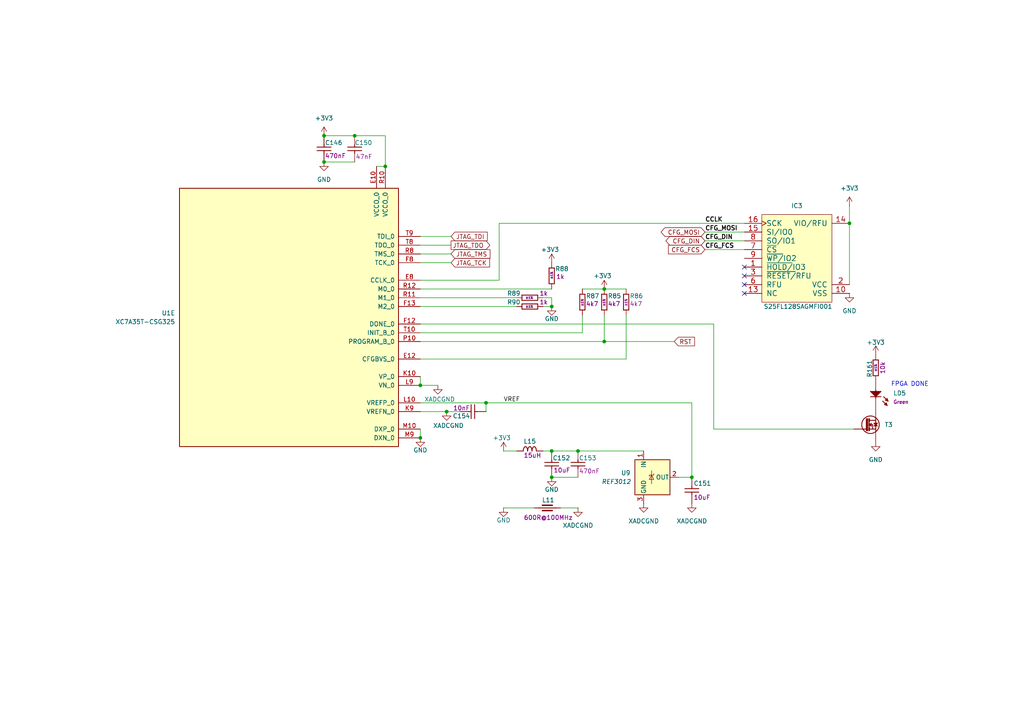
<source format=kicad_sch>
(kicad_sch (version 20250114) (generator "eeschema") (generator_version "9.0")
  (paper "A4")
  (lib_symbols
    (symbol "Capacitors SMD:CC0201_10NF_10V_10%_X5R" (pin_names (offset 1.27))
      (property "Reference" "C" (at 3.81 3.048 0))
      (property "Val" "10nF" (at 3.81 -3.048 0))
      (symbol "CC0201_10NF_10V_10%_X5R_0_1"
        (pin passive line (at 0 0 0) (length 2.54) (name "1") (number "1"))
        (pin passive line (at 7.62 0 180) (length 2.54) (name "2") (number "2"))
      )
    )
    (symbol "Capacitors SMD:CC0201_470NF_4V_20%_X5R" (pin_names (offset 1.27))
      (property "Reference" "C" (at 3.81 3.048 0))
      (property "Val" "470nF" (at 3.81 -3.048 0))
      (symbol "CC0201_470NF_4V_20%_X5R_0_1"
        (pin passive line (at 0 0 0) (length 2.54) (name "1") (number "1"))
        (pin passive line (at 7.62 0 180) (length 2.54) (name "2") (number "2"))
      )
    )
    (symbol "Capacitors SMD:CC0201_47NF_6.3V_10%_X5R" (pin_names (offset 1.27))
      (property "Reference" "C" (at 3.81 3.048 0))
      (property "Val" "47nF" (at 3.81 -3.048 0))
      (symbol "CC0201_47NF_6.3V_10%_X5R_0_1"
        (pin passive line (at 0 0 0) (length 2.54) (name "1") (number "1"))
        (pin passive line (at 7.62 0 180) (length 2.54) (name "2") (number "2"))
      )
    )
    (symbol "Capacitors SMD:CC0402_10UF_6.3V_20%_X5R" (pin_names (offset 1.27))
      (property "Reference" "C" (at 3.81 3.048 0))
      (property "Val" "10uF" (at 3.81 -3.048 0))
      (symbol "CC0402_10UF_6.3V_20%_X5R_0_1"
        (pin passive line (at 0 0 0) (length 2.54) (name "1") (number "1"))
        (pin passive line (at 7.62 0 180) (length 2.54) (name "2") (number "2"))
      )
    )
    (symbol "FPGA_Xilinx_Artix7:XC7A35T-CSG325" (pin_names (offset 1.016))
      (property "Reference" "U" (at 0 1.27 0))
      (property "Value" "XC7A35T-CSG325" (at 0 -1.27 0))
      (symbol "XC7A35T-CSG325_1_1"
        (pin bidirectional line (at -50.8 53.34 0) (length 6.35) (name "IO_0_14") (number "L14"))
        (pin bidirectional line (at -50.8 50.8 0) (length 6.35) (name "IO_L1P_T0_D00_MOSI_14") (number "K16"))
        (pin bidirectional line (at -50.8 48.26 0) (length 6.35) (name "IO_L1N_T0_D01_DIN_14") (number "L17"))
        (pin bidirectional line (at -50.8 45.72 0) (length 6.35) (name "IO_L2P_T0_D02_14") (number "J15"))
        (pin bidirectional line (at -50.8 43.18 0) (length 6.35) (name "IO_L2N_T0_D03_14") (number "J16"))
        (pin bidirectional line (at -50.8 40.64 0) (length 6.35) (name "IO_L3P_T0_DQS_PUDC_B_14") (number "J18"))
        (pin bidirectional line (at -50.8 38.1 0) (length 6.35) (name "IO_L3N_T0_DQS_EMCCLK_14") (number "K18"))
        (pin bidirectional line (at -50.8 35.56 0) (length 6.35) (name "IO_L4P_T0_D04_14") (number "K17"))
        (pin bidirectional line (at -50.8 33.02 0) (length 6.35) (name "IO_L4N_T0_D05_14") (number "L18"))
        (pin bidirectional line (at -50.8 30.48 0) (length 6.35) (name "IO_L5P_T0_D06_14") (number "J14"))
        (pin bidirectional line (at -50.8 27.94 0) (length 6.35) (name "IO_L5N_T0_D07_14") (number "K15"))
        (pin bidirectional line (at -50.8 25.4 0) (length 6.35) (name "IO_L6P_T0_FCS_B_14") (number "L15"))
        (pin bidirectional line (at -50.8 22.86 0) (length 6.35) (name "IO_L6N_T0_D08_VREF_14") (number "M15"))
        (pin bidirectional line (at -50.8 20.32 0) (length 6.35) (name "IO_L7P_T1_D09_14") (number "M16"))
        (pin bidirectional line (at -50.8 17.78 0) (length 6.35) (name "IO_L7N_T1_D10_14") (number "M17"))
        (pin bidirectional line (at -50.8 15.24 0) (length 6.35) (name "IO_L8P_T1_D11_14") (number "M14"))
        (pin bidirectional line (at -50.8 12.7 0) (length 6.35) (name "IO_L8N_T1_D12_14") (number "N14"))
        (pin bidirectional line (at -50.8 10.16 0) (length 6.35) (name "IO_L9P_T1_DQS_14") (number "N16"))
        (pin bidirectional line (at -50.8 7.62 0) (length 6.35) (name "IO_L9N_T1_DQS_D13_14") (number "N17"))
        (pin bidirectional line (at -50.8 5.08 0) (length 6.35) (name "IO_L10P_T1_D14_14") (number "N18"))
        (pin bidirectional line (at -50.8 2.54 0) (length 6.35) (name "IO_L10N_T1_D15_14") (number "P18"))
        (pin bidirectional line (at -50.8 0 0) (length 6.35) (name "IO_L11P_T1_SRCC_14") (number "P15"))
        (pin bidirectional line (at -50.8 -2.54 0) (length 6.35) (name "IO_L11N_T1_SRCC_14") (number "P16"))
        (pin bidirectional line (at -50.8 -5.08 0) (length 6.35) (name "IO_L12P_T1_MRCC_14") (number "P14"))
        (pin bidirectional line (at -50.8 -7.62 0) (length 6.35) (name "IO_L12N_T1_MRCC_14") (number "R15"))
        (pin bidirectional line (at -50.8 -10.16 0) (length 6.35) (name "IO_L13P_T2_MRCC_14") (number "T14"))
        (pin bidirectional line (at -50.8 -12.7 0) (length 6.35) (name "IO_L13N_T2_MRCC_14") (number "T15"))
        (pin bidirectional line (at -50.8 -15.24 0) (length 6.35) (name "IO_L14P_T2_SRCC_14") (number "R16"))
        (pin bidirectional line (at -50.8 -17.78 0) (length 6.35) (name "IO_L14N_T2_SRCC_14") (number "R17"))
        (pin bidirectional line (at -50.8 -20.32 0) (length 6.35) (name "IO_L15P_T2_DQS_RDWR_B_14") (number "R18"))
        (pin bidirectional line (at -50.8 -22.86 0) (length 6.35) (name "IO_L15N_T2_DQS_DOUT_CSO_B_14") (number "T18"))
        (pin bidirectional line (at -50.8 -25.4 0) (length 6.35) (name "IO_L16P_T2_CSI_B_14") (number "T17"))
        (pin bidirectional line (at -50.8 -27.94 0) (length 6.35) (name "IO_L16N_T2_A15_D31_14") (number "U17"))
        (pin bidirectional line (at -50.8 -30.48 0) (length 6.35) (name "IO_L17P_T2_A14_D30_14") (number "U15"))
        (pin bidirectional line (at -50.8 -33.02 0) (length 6.35) (name "IO_L17N_T2_A13_D29_14") (number "U16"))
        (pin bidirectional line (at -50.8 -35.56 0) (length 6.35) (name "IO_L18P_T2_A12_D28_14") (number "V16"))
        (pin bidirectional line (at -50.8 -38.1 0) (length 6.35) (name "IO_L18N_T2_A11_D27_14") (number "V17"))
        (pin bidirectional line (at -50.8 -40.64 0) (length 6.35) (name "IO_L19P_T3_A10_D26_14") (number "R13"))
        (pin bidirectional line (at -50.8 -43.18 0) (length 6.35) (name "IO_L19N_T3_A09_D25_VREF_14") (number "T13"))
        (pin bidirectional line (at -50.8 -45.72 0) (length 6.35) (name "IO_L20P_T3_A08_D24_14") (number "U14"))
        (pin bidirectional line (at -50.8 -48.26 0) (length 6.35) (name "IO_L20N_T3_A07_D23_14") (number "V14"))
        (pin bidirectional line (at -50.8 -50.8 0) (length 6.35) (name "IO_L21P_T3_DQS_14") (number "V12"))
        (pin bidirectional line (at -50.8 -53.34 0) (length 6.35) (name "IO_L21N_T3_DQS_A06_D22_14") (number "V13"))
        (pin bidirectional line (at -50.8 -55.88 0) (length 6.35) (name "IO_L22P_T3_A05_D21_14") (number "T12"))
        (pin bidirectional line (at -50.8 -58.42 0) (length 6.35) (name "IO_L22N_T3_A04_D20_14") (number "U12"))
        (pin bidirectional line (at -50.8 -60.96 0) (length 6.35) (name "IO_L23P_T3_A03_D19_14") (number "U11"))
        (pin bidirectional line (at -50.8 -63.5 0) (length 6.35) (name "IO_L23N_T3_A02_D18_14") (number "V11"))
        (pin bidirectional line (at -50.8 -66.04 0) (length 6.35) (name "IO_L24P_T3_A01_D17_14") (number "U9"))
        (pin bidirectional line (at -50.8 -68.58 0) (length 6.35) (name "IO_L24N_T3_A00_D16_14") (number "V9"))
        (pin bidirectional line (at -50.8 -71.12 0) (length 6.35) (name "IO_25_14") (number "U10"))
        (pin power_in line (at -40.64 73.66 270) (length 6.35) (name "VCCO_14") (number "L16"))
        (pin power_in line (at -38.1 73.66 270) (length 6.35) (name "VCCO_14") (number "P17"))
        (pin power_in line (at -35.56 73.66 270) (length 6.35) (name "VCCO_14") (number "R14"))
        (pin power_in line (at -33.02 73.66 270) (length 6.35) (name "VCCO_14") (number "T11"))
        (pin power_in line (at -30.48 73.66 270) (length 6.35) (name "VCCO_14") (number "U8"))
        (pin power_in line (at -27.94 73.66 270) (length 6.35) (name "VCCO_14") (number "U18"))
        (pin power_in line (at -25.4 73.66 270) (length 6.35) (name "VCCO_14") (number "V15"))
        (pin power_in line (at 25.4 73.66 270) (length 6.35) (name "VCCO_15") (number "A16"))
        (pin power_in line (at 27.94 73.66 270) (length 6.35) (name "VCCO_15") (number "B13"))
        (pin power_in line (at 30.48 73.66 270) (length 6.35) (name "VCCO_15") (number "C10"))
        (pin power_in line (at 33.02 73.66 270) (length 6.35) (name "VCCO_15") (number "D17"))
        (pin power_in line (at 35.56 73.66 270) (length 6.35) (name "VCCO_15") (number "E14"))
        (pin power_in line (at 38.1 73.66 270) (length 6.35) (name "VCCO_15") (number "G18"))
        (pin power_in line (at 40.64 73.66 270) (length 6.35) (name "VCCO_15") (number "H15"))
        (pin bidirectional line (at 50.8 53.34 180) (length 6.35) (name "IO_0_15") (number "D10"))
        (pin bidirectional line (at 50.8 50.8 180) (length 6.35) (name "IO_L1P_T0_AD0P_15") (number "D8"))
        (pin bidirectional line (at 50.8 48.26 180) (length 6.35) (name "IO_L1N_T0_AD0N_15") (number "C8"))
        (pin bidirectional line (at 50.8 45.72 180) (length 6.35) (name "IO_L2P_T0_AD8P_15") (number "D9"))
        (pin bidirectional line (at 50.8 43.18 180) (length 6.35) (name "IO_L2N_T0_AD8N_15") (number "C9"))
        (pin bidirectional line (at 50.8 40.64 180) (length 6.35) (name "IO_L3P_T0_DQS_AD1P_15") (number "B9"))
        (pin bidirectional line (at 50.8 38.1 180) (length 6.35) (name "IO_L3N_T0_DQS_AD1N_15") (number "A9"))
        (pin bidirectional line (at 50.8 35.56 180) (length 6.35) (name "IO_L4P_T0_15") (number "C11"))
        (pin bidirectional line (at 50.8 33.02 180) (length 6.35) (name "IO_L4N_T0_15") (number "B11"))
        (pin bidirectional line (at 50.8 30.48 180) (length 6.35) (name "IO_L5P_T0_AD9P_15") (number "B10"))
        (pin bidirectional line (at 50.8 27.94 180) (length 6.35) (name "IO_L5N_T0_AD9N_15") (number "A10"))
        (pin bidirectional line (at 50.8 25.4 180) (length 6.35) (name "IO_L6P_T0_15") (number "D11"))
        (pin bidirectional line (at 50.8 22.86 180) (length 6.35) (name "IO_L6N_T0_VREF_15") (number "C12"))
        (pin bidirectional line (at 50.8 20.32 180) (length 6.35) (name "IO_L7P_T1_AD2P_15") (number "B12"))
        (pin bidirectional line (at 50.8 17.78 180) (length 6.35) (name "IO_L7N_T1_AD2N_15") (number "A12"))
        (pin bidirectional line (at 50.8 15.24 180) (length 6.35) (name "IO_L8P_T1_AD10P_15") (number "A13"))
        (pin bidirectional line (at 50.8 12.7 180) (length 6.35) (name "IO_L8N_T1_AD10N_15") (number "A14"))
        (pin bidirectional line (at 50.8 10.16 180) (length 6.35) (name "IO_L9P_T1_DQS_AD3P_15") (number "C14"))
        (pin bidirectional line (at 50.8 7.62 180) (length 6.35) (name "IO_L9N_T1_DQS_AD3N_15") (number "B15"))
        (pin bidirectional line (at 50.8 5.08 180) (length 6.35) (name "IO_L10P_T1_AD11P_15") (number "B14"))
        (pin bidirectional line (at 50.8 2.54 180) (length 6.35) (name "IO_L10N_T1_AD11N_15") (number "A15"))
        (pin bidirectional line (at 50.8 0 180) (length 6.35) (name "IO_L11P_T1_SRCC_15") (number "D13"))
        (pin bidirectional line (at 50.8 -2.54 180) (length 6.35) (name "IO_L11N_T1_SRCC_15") (number "C13"))
        (pin bidirectional line (at 50.8 -5.08 180) (length 6.35) (name "IO_L12P_T1_MRCC_15") (number "E13"))
        (pin bidirectional line (at 50.8 -7.62 180) (length 6.35) (name "IO_L12N_T1_MRCC_15") (number "D14"))
        (pin bidirectional line (at 50.8 -10.16 180) (length 6.35) (name "IO_L13P_T2_MRCC_15") (number "E15"))
        (pin bidirectional line (at 50.8 -12.7 180) (length 6.35) (name "IO_L13N_T2_MRCC_15") (number "D15"))
        (pin bidirectional line (at 50.8 -15.24 180) (length 6.35) (name "IO_L14P_T2_SRCC_15") (number "E16"))
        (pin bidirectional line (at 50.8 -17.78 180) (length 6.35) (name "IO_L14N_T2_SRCC_15") (number "D16"))
        (pin bidirectional line (at 50.8 -20.32 180) (length 6.35) (name "IO_L15P_T2_DQS_15") (number "B16"))
        (pin bidirectional line (at 50.8 -22.86 180) (length 6.35) (name "IO_L15N_T2_DQS_ADV_B_15") (number "A17"))
        (pin bidirectional line (at 50.8 -25.4 180) (length 6.35) (name "IO_L16P_T2_A28_15") (number "C16"))
        (pin bidirectional line (at 50.8 -27.94 180) (length 6.35) (name "IO_L16N_T2_A27_15") (number "B17"))
        (pin bidirectional line (at 50.8 -30.48 180) (length 6.35) (name "IO_L17P_T2_A26_15") (number "E17"))
        (pin bidirectional line (at 50.8 -33.02 180) (length 6.35) (name "IO_L17N_T2_A25_15") (number "D18"))
        (pin bidirectional line (at 50.8 -35.56 180) (length 6.35) (name "IO_L18P_T2_A24_15") (number "C17"))
        (pin bidirectional line (at 50.8 -38.1 180) (length 6.35) (name "IO_L18N_T2_A23_15") (number "C18"))
        (pin bidirectional line (at 50.8 -40.64 180) (length 6.35) (name "IO_L19P_T3_A22_15") (number "G17"))
        (pin bidirectional line (at 50.8 -43.18 180) (length 6.35) (name "IO_L19N_T3_A21_VREF_15") (number "F18"))
        (pin bidirectional line (at 50.8 -45.72 180) (length 6.35) (name "IO_L20P_T3_A20_15") (number "H16"))
        (pin bidirectional line (at 50.8 -48.26 180) (length 6.35) (name "IO_L20N_T3_A19_15") (number "G16"))
        (pin bidirectional line (at 50.8 -50.8 180) (length 6.35) (name "IO_L21P_T3_DQS_15") (number "G15"))
        (pin bidirectional line (at 50.8 -53.34 180) (length 6.35) (name "IO_L21N_T3_DQS_A18_15") (number "F15"))
        (pin bidirectional line (at 50.8 -55.88 180) (length 6.35) (name "IO_L22P_T3_A17_15") (number "G14"))
        (pin bidirectional line (at 50.8 -58.42 180) (length 6.35) (name "IO_L22N_T3_A16_15") (number "F14"))
        (pin bidirectional line (at 50.8 -60.96 180) (length 6.35) (name "IO_L23P_T3_FOE_B_15") (number "H17"))
        (pin bidirectional line (at 50.8 -63.5 180) (length 6.35) (name "IO_L23N_T3_FWE_B_15") (number "H18"))
        (pin bidirectional line (at 50.8 -66.04 180) (length 6.35) (name "IO_L24P_T3_RS1_15") (number "F17"))
        (pin bidirectional line (at 50.8 -68.58 180) (length 6.35) (name "IO_L24N_T3_RS0_15") (number "E18"))
        (pin bidirectional line (at 50.8 -71.12 180) (length 6.35) (name "IO_25_15") (number "H14"))
      )
      (symbol "XC7A35T-CSG325_2_1"
        (pin bidirectional line (at -50.8 53.34 0) (length 6.35) (name "IO_0_34") (number "J6"))
        (pin bidirectional line (at -50.8 50.8 0) (length 6.35) (name "IO_L1P_T0_34") (number "K6"))
        (pin bidirectional line (at -50.8 48.26 0) (length 6.35) (name "IO_L1N_T0_34") (number "K5"))
        (pin bidirectional line (at -50.8 45.72 0) (length 6.35) (name "IO_L2P_T0_34") (number "J5"))
        (pin bidirectional line (at -50.8 43.18 0) (length 6.35) (name "IO_L2N_T0_34") (number "J4"))
        (pin bidirectional line (at -50.8 40.64 0) (length 6.35) (name "IO_L3P_T0_DQS_34") (number "K2"))
        (pin bidirectional line (at -50.8 38.1 0) (length 6.35) (name "IO_L3N_T0_DQS_34") (number "K1"))
        (pin bidirectional line (at -50.8 35.56 0) (length 6.35) (name "IO_L4P_T0_34") (number "K3"))
        (pin bidirectional line (at -50.8 33.02 0) (length 6.35) (name "IO_L4N_T0_34") (number "L2"))
        (pin bidirectional line (at -50.8 30.48 0) (length 6.35) (name "IO_L5P_T0_34") (number "L4"))
        (pin bidirectional line (at -50.8 27.94 0) (length 6.35) (name "IO_L5N_T0_34") (number "L3"))
        (pin bidirectional line (at -50.8 25.4 0) (length 6.35) (name "IO_L6P_T0_34") (number "L5"))
        (pin bidirectional line (at -50.8 22.86 0) (length 6.35) (name "IO_L6N_T0_VREF_34") (number "M5"))
        (pin bidirectional line (at -50.8 20.32 0) (length 6.35) (name "IO_L7P_T1_34") (number "M2"))
        (pin bidirectional line (at -50.8 17.78 0) (length 6.35) (name "IO_L7N_T1_34") (number "M1"))
        (pin bidirectional line (at -50.8 15.24 0) (length 6.35) (name "IO_L8P_T1_34") (number "M6"))
        (pin bidirectional line (at -50.8 12.7 0) (length 6.35) (name "IO_L8N_T1_34") (number "N6"))
        (pin bidirectional line (at -50.8 10.16 0) (length 6.35) (name "IO_L9P_T1_DQS_34") (number "N1"))
        (pin bidirectional line (at -50.8 7.62 0) (length 6.35) (name "IO_L9N_T1_DQS_34") (number "P1"))
        (pin bidirectional line (at -50.8 5.08 0) (length 6.35) (name "IO_L10P_T1_34") (number "M4"))
        (pin bidirectional line (at -50.8 2.54 0) (length 6.35) (name "IO_L10N_T1_34") (number "N4"))
        (pin bidirectional line (at -50.8 0 0) (length 6.35) (name "IO_L11P_T1_SRCC_34") (number "N3"))
        (pin bidirectional line (at -50.8 -2.54 0) (length 6.35) (name "IO_L11N_T1_SRCC_34") (number "N2"))
        (pin bidirectional line (at -50.8 -5.08 0) (length 6.35) (name "IO_L12P_T1_MRCC_34") (number "P4"))
        (pin bidirectional line (at -50.8 -7.62 0) (length 6.35) (name "IO_L12N_T1_MRCC_34") (number "P3"))
        (pin bidirectional line (at -50.8 -10.16 0) (length 6.35) (name "IO_L13P_T2_MRCC_34") (number "R2"))
        (pin bidirectional line (at -50.8 -12.7 0) (length 6.35) (name "IO_L13N_T2_MRCC_34") (number "R1"))
        (pin bidirectional line (at -50.8 -15.24 0) (length 6.35) (name "IO_L14P_T2_SRCC_34") (number "R3"))
        (pin bidirectional line (at -50.8 -17.78 0) (length 6.35) (name "IO_L14N_T2_SRCC_34") (number "T2"))
        (pin bidirectional line (at -50.8 -20.32 0) (length 6.35) (name "IO_L15P_T2_DQS_34") (number "U2"))
        (pin bidirectional line (at -50.8 -22.86 0) (length 6.35) (name "IO_L15N_T2_DQS_34") (number "U1"))
        (pin bidirectional line (at -50.8 -25.4 0) (length 6.35) (name "IO_L16P_T2_34") (number "V3"))
        (pin bidirectional line (at -50.8 -27.94 0) (length 6.35) (name "IO_L16N_T2_34") (number "V2"))
        (pin bidirectional line (at -50.8 -30.48 0) (length 6.35) (name "IO_L17P_T2_34") (number "T4"))
        (pin bidirectional line (at -50.8 -33.02 0) (length 6.35) (name "IO_L17N_T2_34") (number "T3"))
        (pin bidirectional line (at -50.8 -35.56 0) (length 6.35) (name "IO_L18P_T2_34") (number "U4"))
        (pin bidirectional line (at -50.8 -38.1 0) (length 6.35) (name "IO_L18N_T2_34") (number "V4"))
        (pin bidirectional line (at -50.8 -40.64 0) (length 6.35) (name "IO_L19P_T3_34") (number "P6"))
        (pin bidirectional line (at -50.8 -43.18 0) (length 6.35) (name "IO_L19N_T3_VREF_34") (number "P5"))
        (pin bidirectional line (at -50.8 -45.72 0) (length 6.35) (name "IO_L20P_T3_34") (number "U6"))
        (pin bidirectional line (at -50.8 -48.26 0) (length 6.35) (name "IO_L20N_T3_34") (number "U5"))
        (pin bidirectional line (at -50.8 -50.8 0) (length 6.35) (name "IO_L21P_T3_DQS_34") (number "R5"))
        (pin bidirectional line (at -50.8 -53.34 0) (length 6.35) (name "IO_L21N_T3_DQS_34") (number "T5"))
        (pin bidirectional line (at -50.8 -55.88 0) (length 6.35) (name "IO_L22P_T3_34") (number "R7"))
        (pin bidirectional line (at -50.8 -58.42 0) (length 6.35) (name "IO_L22N_T3_34") (number "T7"))
        (pin bidirectional line (at -50.8 -60.96 0) (length 6.35) (name "IO_L23P_T3_34") (number "U7"))
        (pin bidirectional line (at -50.8 -63.5 0) (length 6.35) (name "IO_L23N_T3_34") (number "V6"))
        (pin bidirectional line (at -50.8 -66.04 0) (length 6.35) (name "IO_L24P_T3_34") (number "V8"))
        (pin bidirectional line (at -50.8 -68.58 0) (length 6.35) (name "IO_L24N_T3_34") (number "V7"))
        (pin bidirectional line (at -50.8 -71.12 0) (length 6.35) (name "IO_25_34") (number "R6"))
        (pin power_in line (at -40.64 73.66 270) (length 6.35) (name "VCCO_34") (number "L6"))
        (pin power_in line (at -38.1 73.66 270) (length 6.35) (name "VCCO_34") (number "M3"))
        (pin power_in line (at -35.56 73.66 270) (length 6.35) (name "VCCO_34") (number "P7"))
        (pin power_in line (at -33.02 73.66 270) (length 6.35) (name "VCCO_34") (number "R4"))
        (pin power_in line (at -30.48 73.66 270) (length 6.35) (name "VCCO_34") (number "T1"))
        (pin power_in line (at -27.94 73.66 270) (length 6.35) (name "VCCO_34") (number "V5"))
      )
      (symbol "XC7A35T-CSG325_3_1"
        (pin bidirectional line (at -38.1 27.94 0) (length 6.35) (name "MGTPTXP0_216") (number "H2"))
        (pin bidirectional line (at -38.1 25.4 0) (length 6.35) (name "MGTPTXN0_216") (number "H1"))
        (pin bidirectional line (at -38.1 22.86 0) (length 6.35) (name "MGTPTXP1_216") (number "F2"))
        (pin bidirectional line (at -38.1 20.32 0) (length 6.35) (name "MGTPTXN1_216") (number "F1"))
        (pin bidirectional line (at -38.1 17.78 0) (length 6.35) (name "MGTPTXP2_216") (number "D2"))
        (pin bidirectional line (at -38.1 15.24 0) (length 6.35) (name "MGTPTXN2_216") (number "D1"))
        (pin bidirectional line (at -38.1 12.7 0) (length 6.35) (name "MGTPTXP3_216") (number "B2"))
        (pin bidirectional line (at -38.1 10.16 0) (length 6.35) (name "MGTPTXN3_216") (number "B1"))
        (pin bidirectional line (at -38.1 5.08 0) (length 6.35) (name "MGTPRXP0_216") (number "E4"))
        (pin bidirectional line (at -38.1 2.54 0) (length 6.35) (name "MGTPRXN0_216") (number "E3"))
        (pin bidirectional line (at -38.1 0 0) (length 6.35) (name "MGTPRXP1_216") (number "A4"))
        (pin bidirectional line (at -38.1 -2.54 0) (length 6.35) (name "MGTPRXN1_216") (number "A3"))
        (pin bidirectional line (at -38.1 -5.08 0) (length 6.35) (name "MGTPRXP2_216") (number "C4"))
        (pin bidirectional line (at -38.1 -7.62 0) (length 6.35) (name "MGTPRXN2_216") (number "C3"))
        (pin bidirectional line (at -38.1 -10.16 0) (length 6.35) (name "MGTPRXP3_216") (number "G4"))
        (pin bidirectional line (at -38.1 -12.7 0) (length 6.35) (name "MGTPRXN3_216") (number "G3"))
        (pin bidirectional line (at -38.1 -17.78 0) (length 6.35) (name "MGTREFCLK0P_216") (number "D6"))
        (pin bidirectional line (at -38.1 -20.32 0) (length 6.35) (name "MGTREFCLK0N_216") (number "D5"))
        (pin bidirectional line (at -38.1 -22.86 0) (length 6.35) (name "MGTREFCLK1P_216") (number "B6"))
        (pin bidirectional line (at -38.1 -25.4 0) (length 6.35) (name "MGTREFCLK1N_216") (number "B5"))
      )
      (symbol "XC7A35T-CSG325_4_1"
        (pin power_in line (at -38.1 7.62 0) (length 6.35) (name "MGTAVCC") (number "B4"))
        (pin power_in line (at -38.1 5.08 0) (length 6.35) (name "MGTAVCC") (number "C5"))
        (pin power_in line (at -38.1 2.54 0) (length 6.35) (name "MGTAVCC") (number "E5"))
        (pin power_in line (at -38.1 0 0) (length 6.35) (name "MGTAVCC") (number "F5"))
        (pin power_in line (at 38.1 7.62 180) (length 6.35) (name "MGTAVTT") (number "A2"))
        (pin power_in line (at 38.1 5.08 180) (length 6.35) (name "MGTAVTT") (number "C1"))
        (pin power_in line (at 38.1 2.54 180) (length 6.35) (name "MGTAVTT") (number "E1"))
        (pin power_in line (at 38.1 0 180) (length 6.35) (name "MGTAVTT") (number "F3"))
        (pin power_in line (at 38.1 -2.54 180) (length 6.35) (name "MGTAVTT") (number "G2"))
        (pin power_in line (at 38.1 -7.62 180) (length 6.35) (name "MGTRREF_216") (number "A6"))
      )
      (symbol "XC7A35T-CSG325_5_1"
        (pin power_in line (at 25.4 40.64 270) (length 6.35) (name "VCCO_0") (number "E10"))
        (pin power_in line (at 27.94 40.64 270) (length 6.35) (name "VCCO_0") (number "R10"))
        (pin bidirectional line (at 38.1 20.32 180) (length 6.35) (name "TDI_0") (number "T9"))
        (pin bidirectional line (at 38.1 17.78 180) (length 6.35) (name "TDO_0") (number "T8"))
        (pin bidirectional line (at 38.1 15.24 180) (length 6.35) (name "TMS_0") (number "R8"))
        (pin bidirectional line (at 38.1 12.7 180) (length 6.35) (name "TCK_0") (number "F8"))
        (pin bidirectional line (at 38.1 7.62 180) (length 6.35) (name "CCLK_0") (number "E8"))
        (pin bidirectional line (at 38.1 5.08 180) (length 6.35) (name "M0_0") (number "R12"))
        (pin bidirectional line (at 38.1 2.54 180) (length 6.35) (name "M1_0") (number "R11"))
        (pin bidirectional line (at 38.1 0 180) (length 6.35) (name "M2_0") (number "F13"))
        (pin bidirectional line (at 38.1 -5.08 180) (length 6.35) (name "DONE_0") (number "F12"))
        (pin bidirectional line (at 38.1 -7.62 180) (length 6.35) (name "INIT_B_0") (number "T10"))
        (pin bidirectional line (at 38.1 -10.16 180) (length 6.35) (name "PROGRAM_B_0") (number "P10"))
        (pin bidirectional line (at 38.1 -15.24 180) (length 6.35) (name "CFGBVS_0") (number "E12"))
        (pin bidirectional line (at 38.1 -20.32 180) (length 6.35) (name "VP_0") (number "K10"))
        (pin bidirectional line (at 38.1 -22.86 180) (length 6.35) (name "VN_0") (number "L9"))
        (pin bidirectional line (at 38.1 -27.94 180) (length 6.35) (name "VREFP_0") (number "L10"))
        (pin bidirectional line (at 38.1 -30.48 180) (length 6.35) (name "VREFN_0") (number "K9"))
        (pin bidirectional line (at 38.1 -35.56 180) (length 6.35) (name "DXP_0") (number "M10"))
        (pin bidirectional line (at 38.1 -38.1 180) (length 6.35) (name "DXN_0") (number "M9"))
      )
      (symbol "XC7A35T-CSG325_6_1"
        (pin power_in line (at -25.4 71.12 0) (length 6.35) (name "VCCAUX") (number "G12"))
        (pin power_in line (at -25.4 68.58 0) (length 6.35) (name "VCCAUX") (number "H13"))
        (pin power_in line (at -25.4 66.04 0) (length 6.35) (name "VCCAUX") (number "K13"))
        (pin power_in line (at -25.4 63.5 0) (length 6.35) (name "VCCAUX") (number "M13"))
        (pin power_in line (at -25.4 60.96 0) (length 6.35) (name "VCCAUX") (number "P13"))
        (pin power_in line (at -25.4 55.88 0) (length 6.35) (name "GNDADC_0") (number "J9"))
        (pin power_in line (at -25.4 53.34 0) (length 6.35) (name "VCCADC_0") (number "J10"))
        (pin power_in line (at -25.4 50.8 0) (length 6.35) (name "VCCBATT_0") (number "E11"))
        (pin power_in line (at -25.4 48.26 0) (length 6.35) (name "VCCBRAM") (number "F11"))
        (pin power_in line (at -25.4 45.72 0) (length 6.35) (name "VCCBRAM") (number "G10"))
        (pin power_in line (at -25.4 43.18 0) (length 6.35) (name "VCCBRAM") (number "H11"))
        (pin power_in line (at -25.4 22.86 0) (length 6.35) (name "GND") (number "A1"))
        (pin power_in line (at -25.4 20.32 0) (length 6.35) (name "GND") (number "A5"))
        (pin power_in line (at -25.4 17.78 0) (length 6.35) (name "GND") (number "A7"))
        (pin power_in line (at -25.4 15.24 0) (length 6.35) (name "GND") (number "A8"))
        (pin power_in line (at -25.4 12.7 0) (length 6.35) (name "GND") (number "A11"))
        (pin power_in line (at -25.4 10.16 0) (length 6.35) (name "GND") (number "A18"))
        (pin power_in line (at -25.4 7.62 0) (length 6.35) (name "GND") (number "B3"))
        (pin power_in line (at -25.4 5.08 0) (length 6.35) (name "GND") (number "B7"))
        (pin power_in line (at -25.4 2.54 0) (length 6.35) (name "GND") (number "B8"))
        (pin power_in line (at -25.4 0 0) (length 6.35) (name "GND") (number "B18"))
        (pin power_in line (at -25.4 -2.54 0) (length 6.35) (name "GND") (number "C2"))
        (pin power_in line (at -25.4 -5.08 0) (length 6.35) (name "GND") (number "C6"))
        (pin power_in line (at -25.4 -7.62 0) (length 6.35) (name "GND") (number "C7"))
        (pin power_in line (at -25.4 -10.16 0) (length 6.35) (name "GND") (number "C15"))
        (pin power_in line (at -25.4 -12.7 0) (length 6.35) (name "GND") (number "D3"))
        (pin power_in line (at -25.4 -15.24 0) (length 6.35) (name "GND") (number "D4"))
        (pin power_in line (at -25.4 -17.78 0) (length 6.35) (name "GND") (number "D7"))
        (pin power_in line (at -25.4 -20.32 0) (length 6.35) (name "GND") (number "D12"))
        (pin power_in line (at -25.4 -22.86 0) (length 6.35) (name "GND") (number "E2"))
        (pin power_in line (at -25.4 -25.4 0) (length 6.35) (name "GND") (number "E6"))
        (pin power_in line (at -25.4 -27.94 0) (length 6.35) (name "GND") (number "E7"))
        (pin power_in line (at -25.4 -30.48 0) (length 6.35) (name "GND") (number "E9"))
        (pin power_in line (at -25.4 -33.02 0) (length 6.35) (name "GND") (number "F4"))
        (pin power_in line (at -25.4 -35.56 0) (length 6.35) (name "GND") (number "F6"))
        (pin power_in line (at -25.4 -38.1 0) (length 6.35) (name "GND") (number "F10"))
        (pin power_in line (at -25.4 -40.64 0) (length 6.35) (name "GND") (number "F16"))
        (pin power_in line (at -25.4 -43.18 0) (length 6.35) (name "GND") (number "G1"))
        (pin power_in line (at -25.4 -45.72 0) (length 6.35) (name "GND") (number "G5"))
        (pin power_in line (at -25.4 -48.26 0) (length 6.35) (name "GND") (number "G6"))
        (pin power_in line (at -25.4 -50.8 0) (length 6.35) (name "GND") (number "G7"))
        (pin power_in line (at -25.4 -53.34 0) (length 6.35) (name "GND") (number "G9"))
        (pin power_in line (at -25.4 -55.88 0) (length 6.35) (name "GND") (number "G11"))
        (pin power_in line (at -25.4 -58.42 0) (length 6.35) (name "GND") (number "G13"))
        (pin power_in line (at -25.4 -60.96 0) (length 6.35) (name "GND") (number "H3"))
        (pin power_in line (at -25.4 -63.5 0) (length 6.35) (name "GND") (number "H4"))
        (pin power_in line (at -25.4 -66.04 0) (length 6.35) (name "GND") (number "H5"))
        (pin power_in line (at -25.4 -68.58 0) (length 6.35) (name "GND") (number "H6"))
        (pin power_in line (at -25.4 -71.12 0) (length 6.35) (name "GND") (number "H8"))
        (pin power_in line (at 25.4 71.12 180) (length 6.35) (name "VCCINT") (number "F7"))
        (pin power_in line (at 25.4 68.58 180) (length 6.35) (name "VCCINT") (number "F9"))
        (pin power_in line (at 25.4 66.04 180) (length 6.35) (name "VCCINT") (number "G8"))
        (pin power_in line (at 25.4 63.5 180) (length 6.35) (name "VCCINT") (number "H7"))
        (pin power_in line (at 25.4 60.96 180) (length 6.35) (name "VCCINT") (number "H9"))
        (pin power_in line (at 25.4 58.42 180) (length 6.35) (name "VCCINT") (number "J8"))
        (pin power_in line (at 25.4 55.88 180) (length 6.35) (name "VCCINT") (number "J12"))
        (pin power_in line (at 25.4 53.34 180) (length 6.35) (name "VCCINT") (number "K7"))
        (pin power_in line (at 25.4 50.8 180) (length 6.35) (name "VCCINT") (number "K11"))
        (pin power_in line (at 25.4 48.26 180) (length 6.35) (name "VCCINT") (number "L8"))
        (pin power_in line (at 25.4 45.72 180) (length 6.35) (name "VCCINT") (number "L12"))
        (pin power_in line (at 25.4 43.18 180) (length 6.35) (name "VCCINT") (number "M7"))
        (pin power_in line (at 25.4 40.64 180) (length 6.35) (name "VCCINT") (number "M11"))
        (pin power_in line (at 25.4 38.1 180) (length 6.35) (name "VCCINT") (number "N8"))
        (pin power_in line (at 25.4 35.56 180) (length 6.35) (name "VCCINT") (number "N10"))
        (pin power_in line (at 25.4 33.02 180) (length 6.35) (name "VCCINT") (number "N12"))
        (pin power_in line (at 25.4 30.48 180) (length 6.35) (name "VCCINT") (number "P9"))
        (pin power_in line (at 25.4 27.94 180) (length 6.35) (name "VCCINT") (number "P11"))
        (pin power_in line (at 25.4 20.32 180) (length 6.35) (name "GND") (number "H10"))
        (pin power_in line (at 25.4 17.78 180) (length 6.35) (name "GND") (number "H12"))
        (pin power_in line (at 25.4 15.24 180) (length 6.35) (name "GND") (number "J1"))
        (pin power_in line (at 25.4 12.7 180) (length 6.35) (name "GND") (number "J2"))
        (pin power_in line (at 25.4 10.16 180) (length 6.35) (name "GND") (number "J3"))
        (pin power_in line (at 25.4 7.62 180) (length 6.35) (name "GND") (number "J7"))
        (pin power_in line (at 25.4 5.08 180) (length 6.35) (name "GND") (number "J11"))
        (pin power_in line (at 25.4 2.54 180) (length 6.35) (name "GND") (number "J13"))
        (pin power_in line (at 25.4 0 180) (length 6.35) (name "GND") (number "J17"))
        (pin power_in line (at 25.4 -2.54 180) (length 6.35) (name "GND") (number "K4"))
        (pin power_in line (at 25.4 -5.08 180) (length 6.35) (name "GND") (number "K8"))
        (pin power_in line (at 25.4 -7.62 180) (length 6.35) (name "GND") (number "K12"))
        (pin power_in line (at 25.4 -10.16 180) (length 6.35) (name "GND") (number "K14"))
        (pin power_in line (at 25.4 -12.7 180) (length 6.35) (name "GND") (number "L1"))
        (pin power_in line (at 25.4 -15.24 180) (length 6.35) (name "GND") (number "L7"))
        (pin power_in line (at 25.4 -17.78 180) (length 6.35) (name "GND") (number "L11"))
        (pin power_in line (at 25.4 -20.32 180) (length 6.35) (name "GND") (number "L13"))
        (pin power_in line (at 25.4 -22.86 180) (length 6.35) (name "GND") (number "M8"))
        (pin power_in line (at 25.4 -25.4 180) (length 6.35) (name "GND") (number "M12"))
        (pin power_in line (at 25.4 -27.94 180) (length 6.35) (name "GND") (number "M18"))
        (pin power_in line (at 25.4 -30.48 180) (length 6.35) (name "GND") (number "N5"))
        (pin power_in line (at 25.4 -33.02 180) (length 6.35) (name "GND") (number "N7"))
        (pin power_in line (at 25.4 -35.56 180) (length 6.35) (name "GND") (number "N9"))
        (pin power_in line (at 25.4 -38.1 180) (length 6.35) (name "GND") (number "N11"))
        (pin power_in line (at 25.4 -40.64 180) (length 6.35) (name "GND") (number "N13"))
        (pin power_in line (at 25.4 -43.18 180) (length 6.35) (name "GND") (number "N15"))
        (pin power_in line (at 25.4 -45.72 180) (length 6.35) (name "GND") (number "P2"))
        (pin power_in line (at 25.4 -48.26 180) (length 6.35) (name "GND") (number "P8"))
        (pin power_in line (at 25.4 -50.8 180) (length 6.35) (name "GND") (number "P12"))
        (pin power_in line (at 25.4 -53.34 180) (length 6.35) (name "GND") (number "R9"))
        (pin power_in line (at 25.4 -55.88 180) (length 6.35) (name "GND") (number "T6"))
        (pin power_in line (at 25.4 -58.42 180) (length 6.35) (name "GND") (number "T16"))
        (pin power_in line (at 25.4 -60.96 180) (length 6.35) (name "GND") (number "U3"))
        (pin power_in line (at 25.4 -63.5 180) (length 6.35) (name "GND") (number "U13"))
        (pin power_in line (at 25.4 -66.04 180) (length 6.35) (name "GND") (number "V1"))
        (pin power_in line (at 25.4 -68.58 180) (length 6.35) (name "GND") (number "V10"))
        (pin power_in line (at 25.4 -71.12 180) (length 6.35) (name "GND") (number "V18"))
      )
    )
    (symbol "Inductors SMD:IND0603_MURATA_BLM18AG601SN1" (pin_names (offset 1.27))
      (property "Reference" "L" (at 3.81 1.778 0))
      (property "Val" "600R@100MHz" (at 3.81 -1.778 0))
      (symbol "IND0603_MURATA_BLM18AG601SN1_0_1"
        (pin passive line (at 0 0 0) (length 1.27) (name "1") (number "1"))
        (pin passive line (at 7.62 0 180) (length 1.27) (name "2") (number "2"))
      )
      (symbol "IND0603_MURATA_BLM18AG601SN1_0_2"
        (pin passive line (at 0 0 0) (length 1.524) (name "1") (number "1"))
        (pin passive line (at 7.62 0 180) (length 1.524) (name "2") (number "2"))
      )
    )
    (symbol "Inductors SMD:IND0805_TDK_MLZ2012M150WT000" (pin_names (offset 1.27))
      (property "Reference" "L" (at 3.81 2.54 0))
      (property "Val" "15uH" (at 3.81 -1.27 0))
      (symbol "IND0805_TDK_MLZ2012M150WT000_0_1"
        (pin passive line (at 0 0 0) (length 1.905) (name "1") (number "1"))
        (pin passive line (at 7.62 0 180) (length 1.905) (name "2") (number "2"))
      )
    )
    (symbol "LEDs & Displays:LED_KINGBRIGHT_KPH-1608CGCK" (pin_names (offset 1.27))
      (property "Reference" "LD" (at -1.27 2.54 0))
      (property "Color" "Green" (at 0 -2.54 0))
      (symbol "LED_KINGBRIGHT_KPH-1608CGCK_0_1"
        (pin passive line (at -3.81 0 0) (length 2.54) (name "A") (number "2"))
        (pin passive line (at 3.81 0 180) (length 2.54) (name "C") (number "1"))
      )
      (symbol "LED_KINGBRIGHT_KPH-1608CGCK_0_2"
        (pin passive line (at -3.81 0 0) (length 2.54) (name "A") (number "2"))
        (pin passive line (at 3.81 0 180) (length 2.54) (name "C") (number "1"))
      )
    )
    (symbol "Logic:S25FL128SAGMFI001" (pin_names (offset 1.27))
      (property "Reference" "IC" (at 10.16 1.27 0))
      (symbol "S25FL128SAGMFI001_0_1"
        (pin input clock (at -5.08 -2.54 0) (length 5.08) (name "SCK") (number "16"))
        (pin bidirectional line (at -5.08 -5.08 0) (length 5.08) (name "SI/IO0") (number "15"))
        (pin bidirectional line (at -5.08 -7.62 0) (length 5.08) (name "SO/IO1") (number "8"))
        (pin input line (at -5.08 -10.16 0) (length 5.08) (name "~{CS}") (number "7"))
        (pin bidirectional line (at -5.08 -12.7 0) (length 5.08) (name "~{WP/}IO2") (number "9"))
        (pin bidirectional line (at -5.08 -15.24 0) (length 5.08) (name "~{HOLD/}IO3") (number "1"))
        (pin input line (at -5.08 -17.78 0) (length 5.08) (name "~{RESET/}RFU") (number "3"))
        (pin passive line (at -5.08 -20.32 0) (length 5.08) (name "RFU") (number "6"))
        (pin passive line (at -5.08 -22.86 0) (length 5.08) (name "NC") (number "13"))
        (pin power_in line (at 25.4 -2.54 180) (length 5.08) (name "VIO/RFU") (number "14"))
        (pin power_in line (at 25.4 -20.32 180) (length 5.08) (name "VCC") (number "2"))
        (pin power_in line (at 25.4 -22.86 180) (length 5.08) (name "VSS") (number "10"))
      )
    )
    (symbol "Reference_Voltage:REF3012" (pin_names (offset 0.254))
      (property "Reference" "U" (at 0 6.35 0))
      (property "Value" "REF3012" (at 2.54 -6.35 0))
      (symbol "REF3012_1_1"
        (pin power_in line (at -2.54 7.62 270) (length 2.54) (name "IN") (number "1"))
        (pin power_in line (at -2.54 -7.62 90) (length 2.54) (name "GND") (number "3"))
        (pin power_out line (at 7.62 0 180) (length 2.54) (name "OUT") (number "2"))
      )
    )
    (symbol "Resistors SMD:R0402_10K_1%_0.0625W_100PPM" (pin_names (offset 1.27))
      (property "Reference" "R" (at 3.81 1.778 0))
      (property "Tolerance" "±1%" (at 3.81 0 0))
      (property "Val" "10k" (at 3.81 -1.778 0))
      (symbol "R0402_10K_1%_0.0625W_100PPM_0_1"
        (pin passive line (at 0 0 0) (length 1.524) (name "1") (number "1"))
        (pin passive line (at 7.62 0 180) (length 1.524) (name "2") (number "2"))
      )
    )
    (symbol "Resistors SMD:R0402_1K_1%_0.0625W_100PPM" (pin_names (offset 1.27))
      (property "Reference" "R" (at 3.81 1.778 0))
      (property "Tolerance" "±1%" (at 3.81 0 0))
      (property "Val" "1k" (at 3.81 -1.778 0))
      (symbol "R0402_1K_1%_0.0625W_100PPM_0_1"
        (pin passive line (at 0 0 0) (length 1.524) (name "1") (number "1"))
        (pin passive line (at 7.62 0 180) (length 1.524) (name "2") (number "2"))
      )
    )
    (symbol "Resistors SMD:R0402_4K7_1%_0.0625W_100PPM" (pin_names (offset 1.27))
      (property "Reference" "R" (at 3.81 1.778 0))
      (property "Tolerance" "±1%" (at 3.81 0 0))
      (property "Val" "4k7" (at 3.81 -1.778 0))
      (symbol "R0402_4K7_1%_0.0625W_100PPM_0_1"
        (pin passive line (at 0 0 0) (length 1.524) (name "1") (number "1"))
        (pin passive line (at 7.62 0 180) (length 1.524) (name "2") (number "2"))
      )
    )
    (symbol "Transistors:BSS138LT1G" (pin_names (offset 1.27))
      (property "Reference" "T" (at 3.81 5.08 0))
      (symbol "BSS138LT1G_0_1"
        (text "G" (at 0.762 0 0) (effects (font (size 0.635 0.635)) (justify left bottom)))
        (text "D" (at 5.08 5.334 0) (effects (font (size 0.635 0.635)) (justify left top)))
        (text "S" (at 5.08 -2.794 0) (effects (font (size 0.635 0.635)) (justify left bottom)))
        (pin passive line (at 0 0 0) (length 2.54) (name "G") (number "1"))
        (pin passive line (at 6.35 6.35 270) (length 3.048) (name "D") (number "3"))
        (pin passive line (at 6.35 -3.81 90) (length 3.048) (name "S") (number "2"))
      )
    )
    (symbol "power:+1V0" (power) (pin_numbers (hide yes)) (pin_names (offset 0) (hide yes))
      (property "Value" "+1V0" (at 0 3.556 0))
      (symbol "+1V0_1_1"
        (pin power_in line (at 0 0 90) (length 0) (name "~") (number "1"))
      )
    )
    (symbol "power:GND" (power) (pin_numbers (hide yes)) (pin_names (offset 0) (hide yes))
      (property "Value" "GND" (at 0 -3.81 0))
      (symbol "GND_1_1"
        (pin power_in line (at 0 0 270) (length 0) (name "~") (number "1"))
      )
    )
  )
  (text "FPGA DONE" (at 263.906 111.506 0) (effects (font (size 1.27 1.27))))
  (junction (at 129.54 119.38))
  (junction (at 102.87 39.37))
  (junction (at 111.76 48.26))
  (junction (at 93.98 46.99))
  (junction (at 160.02 138.43))
  (junction (at 200.66 138.43))
  (junction (at 121.92 127))
  (junction (at 121.92 111.76))
  (junction (at 160.02 88.9))
  (junction (at 167.64 130.81))
  (junction (at 93.98 39.37))
  (junction (at 140.97 116.84))
  (junction (at 246.38 64.77))
  (junction (at 175.26 83.82))
  (junction (at 160.02 130.81))
  (junction (at 175.26 99.06))
  (no_connect (at 215.9 82.55))
  (no_connect (at 215.9 80.01))
  (no_connect (at 215.9 85.09))
  (no_connect (at 215.9 77.47))
  (wire (pts (xy 121.92 76.2) (xy 130.81 76.2)))
  (wire (pts (xy 160.02 138.43) (xy 167.64 138.43)))
  (wire (pts (xy 157.48 130.81) (xy 160.02 130.81)))
  (wire (pts (xy 204.47 67.31) (xy 215.9 67.31)))
  (wire (pts (xy 207.01 124.46) (xy 247.65 124.46)))
  (wire (pts (xy 204.47 72.39) (xy 215.9 72.39)))
  (wire (pts (xy 162.56 147.32) (xy 167.64 147.32)))
  (wire (pts (xy 140.97 116.84) (xy 121.92 116.84)))
  (wire (pts (xy 121.92 111.76) (xy 127 111.76)))
  (wire (pts (xy 200.66 116.84) (xy 200.66 138.43)))
  (wire (pts (xy 175.26 83.82) (xy 181.61 83.82)))
  (wire (pts (xy 111.76 39.37) (xy 111.76 48.26)))
  (wire (pts (xy 207.01 93.98) (xy 207.01 124.46)))
  (wire (pts (xy 246.38 64.77) (xy 246.38 82.55)))
  (wire (pts (xy 167.64 130.81) (xy 186.69 130.81)))
  (wire (pts (xy 121.92 99.06) (xy 175.26 99.06)))
  (wire (pts (xy 121.92 109.22) (xy 121.92 111.76)))
  (wire (pts (xy 146.05 130.81) (xy 149.86 130.81)))
  (wire (pts (xy 246.38 59.69) (xy 246.38 64.77)))
  (wire (pts (xy 168.91 96.52) (xy 168.91 91.44)))
  (wire (pts (xy 175.26 99.06) (xy 195.58 99.06)))
  (wire (pts (xy 157.48 88.9) (xy 160.02 88.9)))
  (wire (pts (xy 160.02 130.81) (xy 167.64 130.81)))
  (wire (pts (xy 157.48 86.36) (xy 160.02 86.36)))
  (wire (pts (xy 102.87 39.37) (xy 111.76 39.37)))
  (wire (pts (xy 121.92 68.58) (xy 130.81 68.58)))
  (wire (pts (xy 144.78 64.77) (xy 215.9 64.77)))
  (wire (pts (xy 109.22 48.26) (xy 111.76 48.26)))
  (wire (pts (xy 146.05 147.32) (xy 154.94 147.32)))
  (wire (pts (xy 121.92 96.52) (xy 168.91 96.52)))
  (wire (pts (xy 144.78 81.28) (xy 144.78 64.77)))
  (wire (pts (xy 121.92 93.98) (xy 207.01 93.98)))
  (wire (pts (xy 181.61 104.14) (xy 181.61 91.44)))
  (wire (pts (xy 121.92 88.9) (xy 149.86 88.9)))
  (wire (pts (xy 121.92 81.28) (xy 144.78 81.28)))
  (wire (pts (xy 121.92 124.46) (xy 121.92 127)))
  (wire (pts (xy 121.92 104.14) (xy 181.61 104.14)))
  (wire (pts (xy 121.92 71.12) (xy 130.81 71.12)))
  (wire (pts (xy 129.54 119.38) (xy 133.35 119.38)))
  (wire (pts (xy 121.92 73.66) (xy 130.81 73.66)))
  (wire (pts (xy 93.98 39.37) (xy 102.87 39.37)))
  (wire (pts (xy 200.66 116.84) (xy 140.97 116.84)))
  (wire (pts (xy 175.26 99.06) (xy 175.26 91.44)))
  (wire (pts (xy 121.92 119.38) (xy 129.54 119.38)))
  (wire (pts (xy 140.97 116.84) (xy 140.97 119.38)))
  (wire (pts (xy 121.92 86.36) (xy 149.86 86.36)))
  (wire (pts (xy 196.85 138.43) (xy 200.66 138.43)))
  (wire (pts (xy 121.92 83.82) (xy 160.02 83.82)))
  (wire (pts (xy 204.47 69.85) (xy 215.9 69.85)))
  (wire (pts (xy 168.91 83.82) (xy 175.26 83.82)))
  (wire (pts (xy 93.98 46.99) (xy 102.87 46.99)))
  (wire (pts (xy 160.02 86.36) (xy 160.02 88.9)))
  (label "CCLK" (at 204.47 64.77 0) (effects (font (thickness 0.254) (bold yes))))
  (label "CFG_MOSI" (at 204.47 67.31 0) (effects (font (thickness 0.254) (bold yes))))
  (label "CFG_FCS" (at 204.47 72.39 0) (effects (font (thickness 0.254) (bold yes))))
  (label "VREF" (at 146.05 116.84 0))
  (label "CFG_DIN" (at 204.47 69.85 0) (effects (font (thickness 0.254) (bold yes))))
  (global_label "JTAG_TDI" (shape input) (at 130.81 68.58 0) (property "Intersheetrefs" "${INTERSHEET_REFS}" (effects (hide yes))))
  (global_label "JTAG_TDO" (shape output) (at 130.81 71.12 0) (property "Intersheetrefs" "${INTERSHEET_REFS}" (effects (hide yes))))
  (global_label "JTAG_TMS" (shape input) (at 130.81 73.66 0) (property "Intersheetrefs" "${INTERSHEET_REFS}" (effects (hide yes))))
  (global_label "CFG_MOSI" (shape bidirectional) (at 204.47 67.31 180) (effects (font (thickness 0.1588))) (property "Intersheetrefs" "${INTERSHEET_REFS}" (effects (hide yes))))
  (global_label "CFG_DIN" (shape bidirectional) (at 204.47 69.85 180) (effects (font (thickness 0.1588))) (property "Intersheetrefs" "${INTERSHEET_REFS}" (effects (hide yes))))
  (global_label "RST" (shape input) (at 195.58 99.06 0) (property "Intersheetrefs" "${INTERSHEET_REFS}" (effects (hide yes))))
  (global_label "JTAG_TCK" (shape input) (at 130.81 76.2 0) (property "Intersheetrefs" "${INTERSHEET_REFS}" (effects (hide yes))))
  (global_label "CFG_FCS" (shape input) (at 204.47 72.39 180) (effects (font (thickness 0.1588))) (property "Intersheetrefs" "${INTERSHEET_REFS}" (effects (hide yes))))
  (symbol (lib_id "power:+1V0") (at 146.05 130.81 0) (unit 1)
    (property "Reference" "#PWR0139" (effects (hide yes)))
    (property "Value" "+3V3" (at 145.542 127 0))
    (property "Description" "Power symbol creates a global label with name \"+1V0\"" (effects (hide yes)))
  )
  (symbol (lib_id "Capacitors SMD:CC0402_10UF_6.3V_20%_X5R") (at 160.02 138.43 90) (unit 1)
    (property "Reference" "C152" (at 160.274 132.842 90) (effects (justify right)))
    (property "Value" "CC0402_10UF_6.3V_20%_X5R" (effects (hide yes)))
    (property "Footprint" "Capacitors SMD:CAPC1005X70N" (effects (hide yes)))
    (property "Datasheet" "\\\\cern.ch\\dfs\\Applications\\Altium\\Datasheets\\CC0402_X5R_TDK_C.pdf" (effects (hide yes)))
    (property "Description" "SMD Multilayer Chip Ceramic Capacitor" (effects (hide yes)))
    (property "Val" "10uF" (at 160.528 136.398 90) (effects (justify right)))
    (property "Part Number" "CC0402_10UF_6.3V_20%_X5R" (effects (hide yes)))
    (property "Library Ref" "Capacitor - non polarized" (effects (hide yes)))
    (property "Library Path" "SchLib\\Capacitors.SchLib" (effects (hide yes)))
    (property "Comment" "10uF" (effects (hide yes)))
    (property "Component Kind" "Standard" (effects (hide yes)))
    (property "Component Type" "Standard" (effects (hide yes)))
    (property "Pin Count" "2" (effects (hide yes)))
    (property "Footprint Path" "PcbLib\\Capacitors SMD.PcbLib" (effects (hide yes)))
    (property "Footprint Ref" "CAPC1005X70N" (effects (hide yes)))
    (property "PackageDescription" " " (effects (hide yes)))
    (property "Status" "Preferred" (effects (hide yes)))
    (property "Status Comment" " " (effects (hide yes)))
    (property "Voltage" "6.3V" (effects (hide yes)))
    (property "TC" "X5R" (effects (hide yes)))
    (property "Tolerance" "±10%" (effects (hide yes)))
    (property "Part Description" "SMD Multilayer Chip Ceramic Capacitor" (effects (hide yes)))
    (property "Manufacturer" "GENERIC" (effects (hide yes)))
    (property "Manufacturer Part Number" "CC0402_10UF_6.3V_20%_X5R" (effects (hide yes)))
    (property "Case" "0402" (effects (hide yes)))
    (property "Mounted" "Yes" (effects (hide yes)))
    (property "Socket" "No" (effects (hide yes)))
    (property "SMD" "Yes" (effects (hide yes)))
    (property "PressFit" " " (effects (hide yes)))
    (property "Sense" "No" (effects (hide yes)))
    (property "Sense Comment" " " (effects (hide yes)))
    (property "ComponentHeight" " " (effects (hide yes)))
    (property "Manufacturer1 Example" "TDK" (effects (hide yes)))
    (property "Manufacturer1 Part Number" "C1005X5R0J106M050" (effects (hide yes)))
    (property "Manufacturer1 ComponentHeight" "0.70mm" (effects (hide yes)))
    (property "HelpURL" "\\\\cern.ch\\dfs\\Applications\\Altium\\Datasheets\\CC0402_X5R_TDK_C.pdf" (effects (hide yes)))
    (property "Author" "CERN DEM JLC" (effects (hide yes)))
    (property "CreateDate" "01/07/15 00:00:00" (effects (hide yes)))
    (property "LatestRevisionDate" "01/07/15 00:00:00" (effects (hide yes)))
    (property "Database Table Name" "Capacitors" (effects (hide yes)))
    (property "Library Name" "Capacitors SMD" (effects (hide yes)))
    (property "Footprint Library" "Capacitors SMD" (effects (hide yes)))
    (property "License" "CC-BY-SA 4.0" (effects (hide yes)))
  )
  (symbol (lib_id "power:GND") (at 121.92 127 0) (unit 1)
    (property "Reference" "#PWR0133" (effects (hide yes)))
    (property "Value" "GND" (at 121.92 130.556 0))
    (property "Description" "Power symbol creates a global label with name \"GND\" , ground" (effects (hide yes)))
  )
  (symbol (lib_id "power:GND") (at 167.64 147.32 0) (unit 1)
    (property "Reference" "#PWR0136" (effects (hide yes)))
    (property "Value" "XADCGND" (at 167.64 152.4 0))
    (property "Description" "Power symbol creates a global label with name \"GND\" , ground" (effects (hide yes)))
  )
  (symbol (lib_id "power:GND") (at 200.66 146.05 0) (unit 1)
    (property "Reference" "#PWR0134" (effects (hide yes)))
    (property "Value" "XADCGND" (at 200.66 151.13 0))
    (property "Description" "Power symbol creates a global label with name \"GND\" , ground" (effects (hide yes)))
  )
  (symbol (lib_id "Reference_Voltage:REF3012") (at 189.23 138.43 0) (unit 1)
    (property "Reference" "U9" (at 182.88 137.1599 0) (effects (justify right)))
    (property "Value" "REF3012" (at 182.88 139.6999 0) (effects (font (italic yes)) (justify right)))
    (property "Footprint" "Package_TO_SOT_SMD:SOT-23" (effects (hide yes)))
    (property "Datasheet" "http://www.ti.com/lit/ds/symlink/ref3033.pdf" (effects (hide yes)))
    (property "Description" "1.25V 50-ppm/°C Max, 50-μA, CMOS Voltage Reference, SOT-23-3" (effects (hide yes)))
  )
  (symbol (lib_id "Capacitors SMD:CC0201_470NF_4V_20%_X5R") (at 167.64 138.43 90) (unit 1)
    (property "Reference" "C153" (at 167.894 132.842 90) (effects (justify right)))
    (property "Value" "CC0201_470NF_4V_20%_X5R" (effects (hide yes)))
    (property "Footprint" "Capacitors SMD:CAPC0603X33N" (effects (hide yes)))
    (property "Datasheet" "\\\\cern.ch\\dfs\\Applications\\Altium\\Datasheets\\CC0201_X5R_TAIYO-YUDEN_STANDARD-CLASS2.pdf" (effects (hide yes)))
    (property "Description" "SMD Multilayer Chip Ceramic Capacitor" (effects (hide yes)))
    (property "Val" "470nF" (at 167.894 136.652 90) (effects (justify right)))
    (property "Part Number" "CC0201_470NF_4V_20%_X5R" (effects (hide yes)))
    (property "Library Ref" "Capacitor - non polarized" (effects (hide yes)))
    (property "Library Path" "SchLib\\Capacitors.SchLib" (effects (hide yes)))
    (property "Comment" "470nF" (effects (hide yes)))
    (property "Component Kind" "Standard" (effects (hide yes)))
    (property "Component Type" "Standard" (effects (hide yes)))
    (property "Pin Count" "2" (effects (hide yes)))
    (property "Footprint Path" "PcbLib\\Capacitors SMD.PcbLib" (effects (hide yes)))
    (property "Footprint Ref" "CAPC0603X33N" (effects (hide yes)))
    (property "PackageDescription" " " (effects (hide yes)))
    (property "Status" "Not Recommended" (effects (hide yes)))
    (property "Status Comment" " " (effects (hide yes)))
    (property "Voltage" "4V" (effects (hide yes)))
    (property "TC" "X5R" (effects (hide yes)))
    (property "Tolerance" "±20%" (effects (hide yes)))
    (property "Part Description" "SMD Multilayer Chip Ceramic Capacitor" (effects (hide yes)))
    (property "Manufacturer" "GENERIC" (effects (hide yes)))
    (property "Manufacturer Part Number" "CC0201_470NF_4V_20%_X5R" (effects (hide yes)))
    (property "Case" "0201" (effects (hide yes)))
    (property "Mounted" "Yes" (effects (hide yes)))
    (property "Socket" "No" (effects (hide yes)))
    (property "SMD" "Yes" (effects (hide yes)))
    (property "PressFit" " " (effects (hide yes)))
    (property "Sense" "No" (effects (hide yes)))
    (property "Sense Comment" " " (effects (hide yes)))
    (property "ComponentHeight" " " (effects (hide yes)))
    (property "Manufacturer1 Example" "TAIYO YUDEN" (effects (hide yes)))
    (property "Manufacturer1 Part Number" "AMK063BJ474MP-F" (effects (hide yes)))
    (property "Manufacturer1 ComponentHeight" "0.33mm" (effects (hide yes)))
    (property "HelpURL" "\\\\cern.ch\\dfs\\Applications\\Altium\\Datasheets\\CC0201_X5R_TAIYO-YUDEN_STANDARD-CLASS2.pdf" (effects (hide yes)))
    (property "Author" "CERN DEM JLC" (effects (hide yes)))
    (property "CreateDate" "05/27/10 00:00:00" (effects (hide yes)))
    (property "LatestRevisionDate" "05/27/10 00:00:00" (effects (hide yes)))
    (property "Database Table Name" "Capacitors" (effects (hide yes)))
    (property "Library Name" "Capacitors SMD" (effects (hide yes)))
    (property "Footprint Library" "Capacitors SMD" (effects (hide yes)))
    (property "License" "CC-BY-SA 4.0" (effects (hide yes)))
  )
  (symbol (lib_id "Capacitors SMD:CC0201_470NF_4V_20%_X5R") (at 93.98 46.99 90) (unit 1)
    (property "Reference" "C146" (at 94.234 41.402 90) (effects (justify right)))
    (property "Value" "CC0201_470NF_4V_20%_X5R" (effects (hide yes)))
    (property "Footprint" "Capacitors SMD:CAPC0603X33N" (effects (hide yes)))
    (property "Datasheet" "\\\\cern.ch\\dfs\\Applications\\Altium\\Datasheets\\CC0201_X5R_TAIYO-YUDEN_STANDARD-CLASS2.pdf" (effects (hide yes)))
    (property "Description" "SMD Multilayer Chip Ceramic Capacitor" (effects (hide yes)))
    (property "Val" "470nF" (at 94.234 45.212 90) (effects (justify right)))
    (property "Part Number" "CC0201_470NF_4V_20%_X5R" (effects (hide yes)))
    (property "Library Ref" "Capacitor - non polarized" (effects (hide yes)))
    (property "Library Path" "SchLib\\Capacitors.SchLib" (effects (hide yes)))
    (property "Comment" "470nF" (effects (hide yes)))
    (property "Component Kind" "Standard" (effects (hide yes)))
    (property "Component Type" "Standard" (effects (hide yes)))
    (property "Pin Count" "2" (effects (hide yes)))
    (property "Footprint Path" "PcbLib\\Capacitors SMD.PcbLib" (effects (hide yes)))
    (property "Footprint Ref" "CAPC0603X33N" (effects (hide yes)))
    (property "PackageDescription" " " (effects (hide yes)))
    (property "Status" "Not Recommended" (effects (hide yes)))
    (property "Status Comment" " " (effects (hide yes)))
    (property "Voltage" "4V" (effects (hide yes)))
    (property "TC" "X5R" (effects (hide yes)))
    (property "Tolerance" "±20%" (effects (hide yes)))
    (property "Part Description" "SMD Multilayer Chip Ceramic Capacitor" (effects (hide yes)))
    (property "Manufacturer" "GENERIC" (effects (hide yes)))
    (property "Manufacturer Part Number" "CC0201_470NF_4V_20%_X5R" (effects (hide yes)))
    (property "Case" "0201" (effects (hide yes)))
    (property "Mounted" "Yes" (effects (hide yes)))
    (property "Socket" "No" (effects (hide yes)))
    (property "SMD" "Yes" (effects (hide yes)))
    (property "PressFit" " " (effects (hide yes)))
    (property "Sense" "No" (effects (hide yes)))
    (property "Sense Comment" " " (effects (hide yes)))
    (property "ComponentHeight" " " (effects (hide yes)))
    (property "Manufacturer1 Example" "TAIYO YUDEN" (effects (hide yes)))
    (property "Manufacturer1 Part Number" "AMK063BJ474MP-F" (effects (hide yes)))
    (property "Manufacturer1 ComponentHeight" "0.33mm" (effects (hide yes)))
    (property "HelpURL" "\\\\cern.ch\\dfs\\Applications\\Altium\\Datasheets\\CC0201_X5R_TAIYO-YUDEN_STANDARD-CLASS2.pdf" (effects (hide yes)))
    (property "Author" "CERN DEM JLC" (effects (hide yes)))
    (property "CreateDate" "05/27/10 00:00:00" (effects (hide yes)))
    (property "LatestRevisionDate" "05/27/10 00:00:00" (effects (hide yes)))
    (property "Database Table Name" "Capacitors" (effects (hide yes)))
    (property "Library Name" "Capacitors SMD" (effects (hide yes)))
    (property "Footprint Library" "Capacitors SMD" (effects (hide yes)))
    (property "License" "CC-BY-SA 4.0" (effects (hide yes)))
  )
  (symbol (lib_id "FPGA_Xilinx_Artix7:XC7A35T-CSG325") (at 83.82 88.9 0) (unit 5)
    (property "Reference" "U1" (at 50.8 90.8049 0) (effects (justify right)))
    (property "Value" "XC7A35T-CSG325" (at 50.8 93.3449 0) (effects (justify right)))
    (property "Footprint" "Package_BGA:Xilinx_CSG325" (effects (hide yes)))
    (property "Description" "Artix 7 T 35 XC7A35T-CSG325" (effects (hide yes)))
  )
  (symbol (lib_id "power:+1V0") (at 160.02 76.2 0) (unit 1)
    (property "Reference" "#PWR0131" (effects (hide yes)))
    (property "Value" "+3V3" (at 159.512 72.39 0))
    (property "Description" "Power symbol creates a global label with name \"+1V0\"" (effects (hide yes)))
  )
  (symbol (lib_id "Capacitors SMD:CC0402_10UF_6.3V_20%_X5R") (at 200.66 146.05 90) (unit 1)
    (property "Reference" "C151" (at 201.168 140.208 90) (effects (justify right)))
    (property "Value" "CC0402_10UF_6.3V_20%_X5R" (effects (hide yes)))
    (property "Footprint" "Capacitors SMD:CAPC1005X70N" (effects (hide yes)))
    (property "Datasheet" "\\\\cern.ch\\dfs\\Applications\\Altium\\Datasheets\\CC0402_X5R_TDK_C.pdf" (effects (hide yes)))
    (property "Description" "SMD Multilayer Chip Ceramic Capacitor" (effects (hide yes)))
    (property "Val" "10uF" (at 201.168 144.272 90) (effects (justify right)))
    (property "Part Number" "CC0402_10UF_6.3V_20%_X5R" (effects (hide yes)))
    (property "Library Ref" "Capacitor - non polarized" (effects (hide yes)))
    (property "Library Path" "SchLib\\Capacitors.SchLib" (effects (hide yes)))
    (property "Comment" "10uF" (effects (hide yes)))
    (property "Component Kind" "Standard" (effects (hide yes)))
    (property "Component Type" "Standard" (effects (hide yes)))
    (property "Pin Count" "2" (effects (hide yes)))
    (property "Footprint Path" "PcbLib\\Capacitors SMD.PcbLib" (effects (hide yes)))
    (property "Footprint Ref" "CAPC1005X70N" (effects (hide yes)))
    (property "PackageDescription" " " (effects (hide yes)))
    (property "Status" "Preferred" (effects (hide yes)))
    (property "Status Comment" " " (effects (hide yes)))
    (property "Voltage" "6.3V" (effects (hide yes)))
    (property "TC" "X5R" (effects (hide yes)))
    (property "Tolerance" "±10%" (effects (hide yes)))
    (property "Part Description" "SMD Multilayer Chip Ceramic Capacitor" (effects (hide yes)))
    (property "Manufacturer" "GENERIC" (effects (hide yes)))
    (property "Manufacturer Part Number" "CC0402_10UF_6.3V_20%_X5R" (effects (hide yes)))
    (property "Case" "0402" (effects (hide yes)))
    (property "Mounted" "Yes" (effects (hide yes)))
    (property "Socket" "No" (effects (hide yes)))
    (property "SMD" "Yes" (effects (hide yes)))
    (property "PressFit" " " (effects (hide yes)))
    (property "Sense" "No" (effects (hide yes)))
    (property "Sense Comment" " " (effects (hide yes)))
    (property "ComponentHeight" " " (effects (hide yes)))
    (property "Manufacturer1 Example" "TDK" (effects (hide yes)))
    (property "Manufacturer1 Part Number" "C1005X5R0J106M050" (effects (hide yes)))
    (property "Manufacturer1 ComponentHeight" "0.70mm" (effects (hide yes)))
    (property "HelpURL" "\\\\cern.ch\\dfs\\Applications\\Altium\\Datasheets\\CC0402_X5R_TDK_C.pdf" (effects (hide yes)))
    (property "Author" "CERN DEM JLC" (effects (hide yes)))
    (property "CreateDate" "01/07/15 00:00:00" (effects (hide yes)))
    (property "LatestRevisionDate" "01/07/15 00:00:00" (effects (hide yes)))
    (property "Database Table Name" "Capacitors" (effects (hide yes)))
    (property "Library Name" "Capacitors SMD" (effects (hide yes)))
    (property "Footprint Library" "Capacitors SMD" (effects (hide yes)))
    (property "License" "CC-BY-SA 4.0" (effects (hide yes)))
  )
  (symbol (lib_id "Capacitors SMD:CC0201_10NF_10V_10%_X5R") (at 140.97 119.38 180) (unit 1)
    (property "Reference" "C154" (at 133.858 120.65 0))
    (property "Value" "CC0201_10NF_10V_10%_X5R" (effects (hide yes)))
    (property "Footprint" "Capacitors SMD:CAPC0603X33N" (effects (hide yes)))
    (property "Datasheet" "\\\\cern.ch\\dfs\\Applications\\Altium\\Datasheets\\CC0201_X5R_AVX.pdf" (effects (hide yes)))
    (property "Description" "SMD Multilayer Chip Ceramic Capacitor" (effects (hide yes)))
    (property "Val" "10nF" (at 133.858 118.364 0))
    (property "Part Number" "CC0201_10NF_10V_10%_X5R" (effects (hide yes)))
    (property "Library Ref" "Capacitor - non polarized" (effects (hide yes)))
    (property "Library Path" "SchLib\\Capacitors.SchLib" (effects (hide yes)))
    (property "Comment" "10nF" (effects (hide yes)))
    (property "Component Kind" "Standard" (effects (hide yes)))
    (property "Component Type" "Standard" (effects (hide yes)))
    (property "Pin Count" "2" (effects (hide yes)))
    (property "Footprint Path" "PcbLib\\Capacitors SMD.PcbLib" (effects (hide yes)))
    (property "Footprint Ref" "CAPC0603X33N" (effects (hide yes)))
    (property "PackageDescription" " " (effects (hide yes)))
    (property "Status" "Not Recommended" (effects (hide yes)))
    (property "Status Comment" " " (effects (hide yes)))
    (property "Voltage" "10V" (effects (hide yes)))
    (property "TC" "X5R" (effects (hide yes)))
    (property "Tolerance" "±10%" (effects (hide yes)))
    (property "Part Description" "SMD Multilayer Chip Ceramic Capacitor" (effects (hide yes)))
    (property "Manufacturer" "GENERIC" (effects (hide yes)))
    (property "Manufacturer Part Number" "CC0201_10NF_10V_10%_X5R" (effects (hide yes)))
    (property "Case" "0201" (effects (hide yes)))
    (property "Mounted" "Yes" (effects (hide yes)))
    (property "Socket" "No" (effects (hide yes)))
    (property "SMD" "Yes" (effects (hide yes)))
    (property "PressFit" " " (effects (hide yes)))
    (property "Sense" "No" (effects (hide yes)))
    (property "Sense Comment" " " (effects (hide yes)))
    (property "ComponentHeight" " " (effects (hide yes)))
    (property "Manufacturer1 Example" "AVX" (effects (hide yes)))
    (property "Manufacturer1 Part Number" "0201ZD103KAT2A" (effects (hide yes)))
    (property "Manufacturer1 ComponentHeight" "0.33mm" (effects (hide yes)))
    (property "HelpURL" "\\\\cern.ch\\dfs\\Applications\\Altium\\Datasheets\\CC0201_X5R_AVX.pdf" (effects (hide yes)))
    (property "Author" "CERN DEM JLC" (effects (hide yes)))
    (property "CreateDate" "12/03/07 00:00:00" (effects (hide yes)))
    (property "LatestRevisionDate" "12/03/07 00:00:00" (effects (hide yes)))
    (property "Database Table Name" "Capacitors" (effects (hide yes)))
    (property "Library Name" "Capacitors SMD" (effects (hide yes)))
    (property "Footprint Library" "Capacitors SMD" (effects (hide yes)))
    (property "License" "CC-BY-SA 4.0" (effects (hide yes)))
  )
  (symbol (lib_id "Inductors SMD:IND0603_MURATA_BLM18AG601SN1") (at 154.94 147.32 0) (unit 1)
    (property "Reference" "L11" (at 159.004 145.034 0))
    (property "Value" "IND0603_MURATA_BLM18AG601SN1" (effects (hide yes)))
    (property "Footprint" "Inductors SMD:INDC1608X95N" (effects (hide yes)))
    (property "Datasheet" "\\\\cern.ch\\dfs\\Applications\\Altium\\Datasheets\\IND0603_MURATA_BLM18A.pdf" (effects (hide yes)))
    (property "Description" "SMD EMIFIL Suppression Chip Ferrite Bead" (effects (hide yes)))
    (property "Val" "600R@100MHz" (at 159.004 150.114 0))
    (property "Part Number" "IND0603_MURATA_BLM18AG601SN1" (effects (hide yes)))
    (property "Library Ref" "Ferrite Bead" (effects (hide yes)))
    (property "Library Path" "SchLib\\Inductors & Transformers.SchLib" (effects (hide yes)))
    (property "Comment" "600R@100MHz" (effects (hide yes)))
    (property "Component Kind" "Standard" (effects (hide yes)))
    (property "Component Type" "Standard" (effects (hide yes)))
    (property "PackageDescription" " " (effects (hide yes)))
    (property "Pin Count" "2" (effects (hide yes)))
    (property "Footprint Path" "PcbLib\\Inductors SMD.PcbLib" (effects (hide yes)))
    (property "Footprint Ref" "INDC1608X95N" (effects (hide yes)))
    (property "Status" " " (effects (hide yes)))
    (property "Power" "500mA" (effects (hide yes)))
    (property "Resistance" "0.38R" (effects (hide yes)))
    (property "Tolerance" "±25%" (effects (hide yes)))
    (property "Part Description" "SMD EMIFIL Suppression Chip Ferrite Bead" (effects (hide yes)))
    (property "Manufacturer" "MURATA" (effects (hide yes)))
    (property "Manufacturer Part Number" "BLM18AG601SN1" (effects (hide yes)))
    (property "Case" "0603" (effects (hide yes)))
    (property "Mounted" "Yes" (effects (hide yes)))
    (property "Socket" "No" (effects (hide yes)))
    (property "SMD" "Yes" (effects (hide yes)))
    (property "Sense Comment" " " (effects (hide yes)))
    (property "Sense" "No" (effects (hide yes)))
    (property "Status Comment" " " (effects (hide yes)))
    (property "ComponentHeight" "0.95mm" (effects (hide yes)))
    (property "HelpURL" "\\\\cern.ch\\dfs\\Applications\\Altium\\Datasheets\\IND0603_MURATA_BLM18A.pdf" (effects (hide yes)))
    (property "Author" "CERN DEM MR" (effects (hide yes)))
    (property "CreateDate" "04/01/16 00:00:00" (effects (hide yes)))
    (property "LatestRevisionDate" "10/25/18 00:00:00" (effects (hide yes)))
    (property "Database Table Name" "Inductors & Transformers" (effects (hide yes)))
    (property "Library Name" "Inductors SMD" (effects (hide yes)))
    (property "Footprint Library" "Inductors SMD" (effects (hide yes)))
    (property "License" "CC-BY-SA 4.0" (effects (hide yes)))
  )
  (symbol (lib_id "power:+1V0") (at 93.98 39.37 0) (unit 1)
    (property "Reference" "#PWR0124" (effects (hide yes)))
    (property "Value" "+3V3" (at 93.98 34.29 0))
    (property "Description" "Power symbol creates a global label with name \"+1V0\"" (effects (hide yes)))
  )
  (symbol (lib_id "power:GND") (at 160.02 138.43 0) (unit 1)
    (property "Reference" "#PWR0138" (effects (hide yes)))
    (property "Value" "GND" (at 160.02 141.986 0))
    (property "Description" "Power symbol creates a global label with name \"GND\" , ground" (effects (hide yes)))
  )
  (symbol (lib_id "Resistors SMD:R0402_10K_1%_0.0625W_100PPM") (at 254 110.49 90) (unit 1)
    (property "Reference" "R161" (at 252.222 106.934 0))
    (property "Value" "R0402_10K_1%_0.0625W_100PPM" (effects (hide yes)))
    (property "Footprint" "Resistors SMD:RESC1005X40N" (effects (hide yes)))
    (property "Datasheet" "\\\\cern.ch\\dfs\\Applications\\Altium\\Datasheets\\R0402_Phycomp_RC0402.pdf" (effects (hide yes)))
    (property "Description" "General Purpose Thick Film Chip Resistor" (effects (hide yes)))
    (property "Tolerance" "±1%" (at 254 106.68 0) (effects (font (size 0.635 0.635))))
    (property "Val" "10k" (at 256.032 106.68 0))
    (property "Part Number" "R0402_10K_1%_0.0625W_100PPM" (effects (hide yes)))
    (property "Library Ref" "Resistor - 1%" (effects (hide yes)))
    (property "Library Path" "SchLib\\Resistors.SchLib" (effects (hide yes)))
    (property "Comment" "10k" (effects (hide yes)))
    (property "Component Kind" "Standard" (effects (hide yes)))
    (property "Component Type" "Standard" (effects (hide yes)))
    (property "PackageDescription" " " (effects (hide yes)))
    (property "Pin Count" "2" (effects (hide yes)))
    (property "Footprint Path" "PcbLib\\Resistors SMD.PcbLib" (effects (hide yes)))
    (property "Footprint Ref" "RESC1005X40N" (effects (hide yes)))
    (property "Status" "Not Recommended" (effects (hide yes)))
    (property "Power" "0.0625W" (effects (hide yes)))
    (property "TC" "±100ppm/°C" (effects (hide yes)))
    (property "Voltage" " " (effects (hide yes)))
    (property "Part Description" "General Purpose Thick Film Chip Resistor" (effects (hide yes)))
    (property "Manufacturer" "GENERIC" (effects (hide yes)))
    (property "Manufacturer Part Number" "R0402_10K_1%_0.0625W_100PPM" (effects (hide yes)))
    (property "Case" "0402" (effects (hide yes)))
    (property "PressFit" "No" (effects (hide yes)))
    (property "Mounted" "Yes" (effects (hide yes)))
    (property "Sense Comment" " " (effects (hide yes)))
    (property "Sense" "No" (effects (hide yes)))
    (property "Status Comment" " " (effects (hide yes)))
    (property "Socket" "No" (effects (hide yes)))
    (property "SMD" "Yes" (effects (hide yes)))
    (property "ComponentHeight" " " (effects (hide yes)))
    (property "Manufacturer1 Example" "YAGEO PHYCOMP" (effects (hide yes)))
    (property "Manufacturer1 Part Number" "232270671003L" (effects (hide yes)))
    (property "Manufacturer1 ComponentHeight" "0.4mm" (effects (hide yes)))
    (property "HelpURL" "\\\\cern.ch\\dfs\\Applications\\Altium\\Datasheets\\R0402_Phycomp_RC0402.pdf" (effects (hide yes)))
    (property "Author" "CERN DEM JLC" (effects (hide yes)))
    (property "CreateDate" "12/03/07 00:00:00" (effects (hide yes)))
    (property "LatestRevisionDate" "10/17/12 00:00:00" (effects (hide yes)))
    (property "Database Table Name" "Resistors" (effects (hide yes)))
    (property "Library Name" "Resistors SMD" (effects (hide yes)))
    (property "Footprint Library" "Resistors SMD" (effects (hide yes)))
    (property "License" "CC-BY-SA 4.0" (effects (hide yes)))
  )
  (symbol (lib_id "power:GND") (at 254 128.27 0) (unit 1)
    (property "Reference" "#PWR0336" (effects (hide yes)))
    (property "Value" "GND" (at 254 133.35 0))
    (property "Description" "Power symbol creates a global label with name \"GND\" , ground" (effects (hide yes)))
  )
  (symbol (lib_id "Capacitors SMD:CC0201_47NF_6.3V_10%_X5R") (at 102.87 46.99 90) (unit 1)
    (property "Reference" "C150" (at 102.87 41.402 90) (effects (justify right)))
    (property "Value" "CC0201_47NF_6.3V_10%_X5R" (effects (hide yes)))
    (property "Footprint" "Capacitors SMD:CAPC0603X33N" (effects (hide yes)))
    (property "Datasheet" "\\\\cern.ch\\dfs\\Applications\\Altium\\Datasheets\\CC0201_X5R_AVX.pdf" (effects (hide yes)))
    (property "Description" "SMD Multilayer Chip Ceramic Capacitor" (effects (hide yes)))
    (property "Val" "47nF" (at 103.124 45.466 90) (effects (justify right)))
    (property "Part Number" "CC0201_47NF_6.3V_10%_X5R" (effects (hide yes)))
    (property "Library Ref" "Capacitor - non polarized" (effects (hide yes)))
    (property "Library Path" "SchLib\\Capacitors.SchLib" (effects (hide yes)))
    (property "Comment" "47nF" (effects (hide yes)))
    (property "Component Kind" "Standard" (effects (hide yes)))
    (property "Component Type" "Standard" (effects (hide yes)))
    (property "Pin Count" "2" (effects (hide yes)))
    (property "Footprint Path" "PcbLib\\Capacitors SMD.PcbLib" (effects (hide yes)))
    (property "Footprint Ref" "CAPC0603X33N" (effects (hide yes)))
    (property "PackageDescription" " " (effects (hide yes)))
    (property "Status" "Not Recommended" (effects (hide yes)))
    (property "Status Comment" " " (effects (hide yes)))
    (property "Voltage" "6.3V" (effects (hide yes)))
    (property "TC" "X5R" (effects (hide yes)))
    (property "Tolerance" "±10%" (effects (hide yes)))
    (property "Part Description" "SMD Multilayer Chip Ceramic Capacitor" (effects (hide yes)))
    (property "Manufacturer" "GENERIC" (effects (hide yes)))
    (property "Manufacturer Part Number" "CC0201_47NF_6.3V_10%_X5R" (effects (hide yes)))
    (property "Case" "0201" (effects (hide yes)))
    (property "Mounted" "Yes" (effects (hide yes)))
    (property "Socket" "No" (effects (hide yes)))
    (property "SMD" "Yes" (effects (hide yes)))
    (property "PressFit" " " (effects (hide yes)))
    (property "Sense" "No" (effects (hide yes)))
    (property "Sense Comment" " " (effects (hide yes)))
    (property "ComponentHeight" " " (effects (hide yes)))
    (property "Manufacturer1 Example" "AVX" (effects (hide yes)))
    (property "Manufacturer1 Part Number" "02016D473KAT2A" (effects (hide yes)))
    (property "Manufacturer1 ComponentHeight" "0.33mm" (effects (hide yes)))
    (property "HelpURL" "\\\\cern.ch\\dfs\\Applications\\Altium\\Datasheets\\CC0201_X5R_AVX.pdf" (effects (hide yes)))
    (property "Author" "CERN DEM JLC" (effects (hide yes)))
    (property "CreateDate" "12/03/07 00:00:00" (effects (hide yes)))
    (property "LatestRevisionDate" "12/03/07 00:00:00" (effects (hide yes)))
    (property "Database Table Name" "Capacitors" (effects (hide yes)))
    (property "Library Name" "Capacitors SMD" (effects (hide yes)))
    (property "Footprint Library" "Capacitors SMD" (effects (hide yes)))
    (property "License" "CC-BY-SA 4.0" (effects (hide yes)))
  )
  (symbol (lib_id "Transistors:BSS138LT1G") (at 247.65 124.46 0) (unit 1)
    (property "Reference" "T3" (at 256.54 123.1899 0) (effects (justify left)))
    (property "Value" "BSS138LT1G" (effects (hide yes)))
    (property "Footprint" "ICs And Semiconductors SMD:SOT95P240X110-3N" (effects (hide yes)))
    (property "Datasheet" "\\\\cern.ch\\dfs\\Applications\\Altium\\Datasheets\\BSS138LT1G.pdf" (effects (hide yes)))
    (property "Description" "50V, 200mA N-Channel Enhancement Mode Field-Effect Transistor" (effects (hide yes)))
    (property "Part Number" "BSS138LT1G" (effects (hide yes)))
    (property "Library Ref" "N-MOSFET-D 1G 2S 3D" (effects (hide yes)))
    (property "Library Path" "SchLib\\Transistors.SchLib" (effects (hide yes)))
    (property "Comment" "BSS138LT1G" (effects (hide yes)))
    (property "Component Kind" "Standard" (effects (hide yes)))
    (property "Component Type" "Standard" (effects (hide yes)))
    (property "Device" "BSS138LT1G" (effects (hide yes)))
    (property "PackageDescription" "SOT23, 0.95mm Pitch; 3 Pin, 1.40mm W X 3.00mm L X 1.10mm H body, IPC Medium Density" (effects (hide yes)))
    (property "Status" " " (effects (hide yes)))
    (property "Part Description" "50V, 200mA N-Channel Enhancement Mode Field-Effect Transistor" (effects (hide yes)))
    (property "Manufacturer" "ON SEMICONDUCTOR" (effects (hide yes)))
    (property "Manufacturer Part Number" "BSS138L" (effects (hide yes)))
    (property "Pin Count" "3" (effects (hide yes)))
    (property "Case" "SOT23-3" (effects (hide yes)))
    (property "Mounted" "Yes" (effects (hide yes)))
    (property "Socket" "No" (effects (hide yes)))
    (property "PressFit" "No" (effects (hide yes)))
    (property "SMD" "Yes" (effects (hide yes)))
    (property "Sense" "No" (effects (hide yes)))
    (property "Sense Comment" " " (effects (hide yes)))
    (property "Bonding" "No" (effects (hide yes)))
    (property "Status Comment" " " (effects (hide yes)))
    (property "ComponentHeight" "1.11mm" (effects (hide yes)))
    (property "Footprint Path" "PcbLib\\ICs And Semiconductors SMD.PcbLib" (effects (hide yes)))
    (property "Footprint Ref" "SOT95P240X110-3N" (effects (hide yes)))
    (property "HelpURL" "\\\\cern.ch\\dfs\\Applications\\Altium\\Datasheets\\BSS138LT1G.pdf" (effects (hide yes)))
    (property "ComponentLink1URL" " " (effects (hide yes)))
    (property "ComponentLink1Description" " " (effects (hide yes)))
    (property "ComponentLink2URL" " " (effects (hide yes)))
    (property "ComponentLink2Description" " " (effects (hide yes)))
    (property "Author" "CERN DEM JLC" (effects (hide yes)))
    (property "CreateDate" "03/23/09 00:00:00" (effects (hide yes)))
    (property "LatestRevisionDate" "05/25/22 00:00:00" (effects (hide yes)))
    (property "SCEM" " " (effects (hide yes)))
    (property "LatestRevisionDate1" " " (effects (hide yes)))
    (property "Database Table Name" "ICs And Semiconductors" (effects (hide yes)))
    (property "Library Name" "Transistors" (effects (hide yes)))
    (property "Footprint Library" "ICs And Semiconductors SMD" (effects (hide yes)))
    (property "License" "CC-BY-SA 4.0" (effects (hide yes)))
  )
  (symbol (lib_id "Resistors SMD:R0402_1K_1%_0.0625W_100PPM") (at 160.02 83.82 90) (unit 1)
    (property "Reference" "R88" (at 161.036 77.978 90) (effects (justify right)))
    (property "Value" "R0402_1K_1%_0.0625W_100PPM" (effects (hide yes)))
    (property "Footprint" "Resistors SMD:RESC1005X40N" (effects (hide yes)))
    (property "Datasheet" "\\\\cern.ch\\dfs\\Applications\\Altium\\Datasheets\\R0402_Phycomp_RC0402.pdf" (effects (hide yes)))
    (property "Description" "General Purpose Thick Film Chip Resistor" (effects (hide yes)))
    (property "Tolerance" "±1%" (at 160.02 78.74 0) (effects (font (size 0.635 0.635)) (justify right)))
    (property "Val" "1k" (at 161.29 80.264 90) (effects (justify right)))
    (property "Part Number" "R0402_1K_1%_0.0625W_100PPM" (effects (hide yes)))
    (property "Library Ref" "Resistor - 1%" (effects (hide yes)))
    (property "Library Path" "SchLib\\Resistors.SchLib" (effects (hide yes)))
    (property "Comment" "1k" (effects (hide yes)))
    (property "Component Kind" "Standard" (effects (hide yes)))
    (property "Component Type" "Standard" (effects (hide yes)))
    (property "PackageDescription" " " (effects (hide yes)))
    (property "Pin Count" "2" (effects (hide yes)))
    (property "Footprint Path" "PcbLib\\Resistors SMD.PcbLib" (effects (hide yes)))
    (property "Footprint Ref" "RESC1005X40N" (effects (hide yes)))
    (property "Status" "Not Recommended" (effects (hide yes)))
    (property "Power" "0.0625W" (effects (hide yes)))
    (property "TC" "±100ppm/°C" (effects (hide yes)))
    (property "Voltage" " " (effects (hide yes)))
    (property "Part Description" "General Purpose Thick Film Chip Resistor" (effects (hide yes)))
    (property "Manufacturer" "GENERIC" (effects (hide yes)))
    (property "Manufacturer Part Number" "R0402_1K_1%_0.0625W_100PPM" (effects (hide yes)))
    (property "Case" "0402" (effects (hide yes)))
    (property "PressFit" "No" (effects (hide yes)))
    (property "Mounted" "Yes" (effects (hide yes)))
    (property "Sense Comment" " " (effects (hide yes)))
    (property "Sense" "No" (effects (hide yes)))
    (property "Status Comment" " " (effects (hide yes)))
    (property "Socket" "No" (effects (hide yes)))
    (property "SMD" "Yes" (effects (hide yes)))
    (property "ComponentHeight" " " (effects (hide yes)))
    (property "Manufacturer1 Example" "YAGEO PHYCOMP" (effects (hide yes)))
    (property "Manufacturer1 Part Number" "232270671002L" (effects (hide yes)))
    (property "Manufacturer1 ComponentHeight" "0.4mm" (effects (hide yes)))
    (property "HelpURL" "\\\\cern.ch\\dfs\\Applications\\Altium\\Datasheets\\R0402_Phycomp_RC0402.pdf" (effects (hide yes)))
    (property "Author" "CERN DEM JLC" (effects (hide yes)))
    (property "CreateDate" "12/03/07 00:00:00" (effects (hide yes)))
    (property "LatestRevisionDate" "10/17/12 00:00:00" (effects (hide yes)))
    (property "Database Table Name" "Resistors" (effects (hide yes)))
    (property "Library Name" "Resistors SMD" (effects (hide yes)))
    (property "Footprint Library" "Resistors SMD" (effects (hide yes)))
    (property "License" "CC-BY-SA 4.0" (effects (hide yes)))
  )
  (symbol (lib_id "power:GND") (at 129.54 119.38 0) (unit 1)
    (property "Reference" "#PWR0135" (effects (hide yes)))
    (property "Value" "XADCGND" (at 130.048 123.444 0))
    (property "Description" "Power symbol creates a global label with name \"GND\" , ground" (effects (hide yes)))
  )
  (symbol (lib_id "Logic:S25FL128SAGMFI001") (at 220.98 62.23 0) (unit 1)
    (property "Reference" "IC3" (at 231.14 59.69 0))
    (property "Value" "S25FL128SAGMFI001" (at 221.488 88.9 0) (effects (justify left)))
    (property "Footprint" "ICs And Semiconductors SMD:SOIC127P1030X265-16N" (effects (hide yes)))
    (property "Datasheet" "\\\\cern.ch\\dfs\\Applications\\Altium\\Datasheets\\S25FL128SAGMFI001.pdf" (effects (hide yes)))
    (property "Description" "128Mbit, 133MHz, MirrorBit® Flash Non-Volatile Memory CMOS 3V Core with Versatile I/O Serial Peripheral Interface with Multi-I/O" (effects (hide yes)))
    (property "Part Number" "S25FL128SAGMFI001" (effects (hide yes)))
    (property "Library Ref" "S25FL128SAGMFI001" (effects (hide yes)))
    (property "Library Path" "SchLib\\Logic.SchLib" (effects (hide yes)))
    (property "Comment" "S25FL128SAGMFI001" (effects (hide yes)))
    (property "Component Kind" "Standard" (effects (hide yes)))
    (property "Component Type" "Standard" (effects (hide yes)))
    (property "Device" "S25FL128SAGMFI001" (effects (hide yes)))
    (property "PackageDescription" "SOIC, 1.27mm Pitch; 16 Pin, 7.50mm W X 10.3mm L X 2.65mm H body, IPC Medium Density" (effects (hide yes)))
    (property "Status" " " (effects (hide yes)))
    (property "Part Description" "128Mbit, 133MHz, MirrorBit® Flash Non-Volatile Memory CMOS 3V Core with Versatile I/O Serial Peripheral Interface with Multi-I/O" (effects (hide yes)))
    (property "Manufacturer" "CYPRESS" (effects (hide yes)))
    (property "Manufacturer Part Number" "S25FL128SAGMFI001" (effects (hide yes)))
    (property "Pin Count" "11" (effects (hide yes)))
    (property "Case" "SOIC16" (effects (hide yes)))
    (property "Mounted" "Yes" (effects (hide yes)))
    (property "Socket" "No" (effects (hide yes)))
    (property "SMD" "Yes" (effects (hide yes)))
    (property "PressFit" "No" (effects (hide yes)))
    (property "Sense" "No" (effects (hide yes)))
    (property "Bonding" "No" (effects (hide yes)))
    (property "Sense Comment" " " (effects (hide yes)))
    (property "Status Comment" " " (effects (hide yes)))
    (property "ComponentHeight" "2.65mm" (effects (hide yes)))
    (property "Footprint Path" "PcbLib\\ICs And Semiconductors SMD.PcbLib" (effects (hide yes)))
    (property "Footprint Ref" "SOIC127P1030X265-16N" (effects (hide yes)))
    (property "HelpURL" "\\\\cern.ch\\dfs\\Applications\\Altium\\Datasheets\\S25FL128SAGMFI001.pdf" (effects (hide yes)))
    (property "ComponentLink1URL" " " (effects (hide yes)))
    (property "ComponentLink1Description" " " (effects (hide yes)))
    (property "ComponentLink2URL" " " (effects (hide yes)))
    (property "ComponentLink2Description" " " (effects (hide yes)))
    (property "Author" "CERN DEM JLC" (effects (hide yes)))
    (property "CreateDate" "07/11/18 00:00:00" (effects (hide yes)))
    (property "LatestRevisionDate" "07/11/18 00:00:00" (effects (hide yes)))
    (property "SCEM" " " (effects (hide yes)))
    (property "Database Table Name" "ICs And Semiconductors" (effects (hide yes)))
    (property "Library Name" "Logic" (effects (hide yes)))
    (property "Footprint Library" "ICs And Semiconductors SMD" (effects (hide yes)))
    (property "License" "CC-BY-SA 4.0" (effects (hide yes)))
  )
  (symbol (lib_id "power:GND") (at 93.98 46.99 0) (unit 1)
    (property "Reference" "#PWR0125" (effects (hide yes)))
    (property "Value" "GND" (at 93.98 52.07 0))
    (property "Description" "Power symbol creates a global label with name \"GND\" , ground" (effects (hide yes)))
  )
  (symbol (lib_id "Resistors SMD:R0402_1K_1%_0.0625W_100PPM") (at 157.48 88.9 180) (unit 1)
    (property "Reference" "R90" (at 147.066 87.63 0) (effects (justify right)))
    (property "Value" "R0402_1K_1%_0.0625W_100PPM" (effects (hide yes)))
    (property "Footprint" "Resistors SMD:RESC1005X40N" (effects (hide yes)))
    (property "Datasheet" "\\\\cern.ch\\dfs\\Applications\\Altium\\Datasheets\\R0402_Phycomp_RC0402.pdf" (effects (hide yes)))
    (property "Description" "General Purpose Thick Film Chip Resistor" (effects (hide yes)))
    (property "Tolerance" "±1%" (at 152.4 88.9 0) (effects (font (size 0.635 0.635)) (justify right)))
    (property "Val" "1k" (at 156.464 87.63 0) (effects (justify right)))
    (property "Part Number" "R0402_1K_1%_0.0625W_100PPM" (effects (hide yes)))
    (property "Library Ref" "Resistor - 1%" (effects (hide yes)))
    (property "Library Path" "SchLib\\Resistors.SchLib" (effects (hide yes)))
    (property "Comment" "1k" (effects (hide yes)))
    (property "Component Kind" "Standard" (effects (hide yes)))
    (property "Component Type" "Standard" (effects (hide yes)))
    (property "PackageDescription" " " (effects (hide yes)))
    (property "Pin Count" "2" (effects (hide yes)))
    (property "Footprint Path" "PcbLib\\Resistors SMD.PcbLib" (effects (hide yes)))
    (property "Footprint Ref" "RESC1005X40N" (effects (hide yes)))
    (property "Status" "Not Recommended" (effects (hide yes)))
    (property "Power" "0.0625W" (effects (hide yes)))
    (property "TC" "±100ppm/°C" (effects (hide yes)))
    (property "Voltage" " " (effects (hide yes)))
    (property "Part Description" "General Purpose Thick Film Chip Resistor" (effects (hide yes)))
    (property "Manufacturer" "GENERIC" (effects (hide yes)))
    (property "Manufacturer Part Number" "R0402_1K_1%_0.0625W_100PPM" (effects (hide yes)))
    (property "Case" "0402" (effects (hide yes)))
    (property "PressFit" "No" (effects (hide yes)))
    (property "Mounted" "Yes" (effects (hide yes)))
    (property "Sense Comment" " " (effects (hide yes)))
    (property "Sense" "No" (effects (hide yes)))
    (property "Status Comment" " " (effects (hide yes)))
    (property "Socket" "No" (effects (hide yes)))
    (property "SMD" "Yes" (effects (hide yes)))
    (property "ComponentHeight" " " (effects (hide yes)))
    (property "Manufacturer1 Example" "YAGEO PHYCOMP" (effects (hide yes)))
    (property "Manufacturer1 Part Number" "232270671002L" (effects (hide yes)))
    (property "Manufacturer1 ComponentHeight" "0.4mm" (effects (hide yes)))
    (property "HelpURL" "\\\\cern.ch\\dfs\\Applications\\Altium\\Datasheets\\R0402_Phycomp_RC0402.pdf" (effects (hide yes)))
    (property "Author" "CERN DEM JLC" (effects (hide yes)))
    (property "CreateDate" "12/03/07 00:00:00" (effects (hide yes)))
    (property "LatestRevisionDate" "10/17/12 00:00:00" (effects (hide yes)))
    (property "Database Table Name" "Resistors" (effects (hide yes)))
    (property "Library Name" "Resistors SMD" (effects (hide yes)))
    (property "Footprint Library" "Resistors SMD" (effects (hide yes)))
    (property "License" "CC-BY-SA 4.0" (effects (hide yes)))
  )
  (symbol (lib_id "power:+1V0") (at 175.26 83.82 0) (unit 1)
    (property "Reference" "#PWR0129" (effects (hide yes)))
    (property "Value" "+3V3" (at 174.752 80.01 0))
    (property "Description" "Power symbol creates a global label with name \"+1V0\"" (effects (hide yes)))
  )
  (symbol (lib_id "Resistors SMD:R0402_1K_1%_0.0625W_100PPM") (at 157.48 86.36 180) (unit 1)
    (property "Reference" "R89" (at 147.066 85.09 0) (effects (justify right)))
    (property "Value" "R0402_1K_1%_0.0625W_100PPM" (effects (hide yes)))
    (property "Footprint" "Resistors SMD:RESC1005X40N" (effects (hide yes)))
    (property "Datasheet" "\\\\cern.ch\\dfs\\Applications\\Altium\\Datasheets\\R0402_Phycomp_RC0402.pdf" (effects (hide yes)))
    (property "Description" "General Purpose Thick Film Chip Resistor" (effects (hide yes)))
    (property "Tolerance" "±1%" (at 152.4 86.36 0) (effects (font (size 0.635 0.635)) (justify right)))
    (property "Val" "1k" (at 156.464 85.09 0) (effects (justify right)))
    (property "Part Number" "R0402_1K_1%_0.0625W_100PPM" (effects (hide yes)))
    (property "Library Ref" "Resistor - 1%" (effects (hide yes)))
    (property "Library Path" "SchLib\\Resistors.SchLib" (effects (hide yes)))
    (property "Comment" "1k" (effects (hide yes)))
    (property "Component Kind" "Standard" (effects (hide yes)))
    (property "Component Type" "Standard" (effects (hide yes)))
    (property "PackageDescription" " " (effects (hide yes)))
    (property "Pin Count" "2" (effects (hide yes)))
    (property "Footprint Path" "PcbLib\\Resistors SMD.PcbLib" (effects (hide yes)))
    (property "Footprint Ref" "RESC1005X40N" (effects (hide yes)))
    (property "Status" "Not Recommended" (effects (hide yes)))
    (property "Power" "0.0625W" (effects (hide yes)))
    (property "TC" "±100ppm/°C" (effects (hide yes)))
    (property "Voltage" " " (effects (hide yes)))
    (property "Part Description" "General Purpose Thick Film Chip Resistor" (effects (hide yes)))
    (property "Manufacturer" "GENERIC" (effects (hide yes)))
    (property "Manufacturer Part Number" "R0402_1K_1%_0.0625W_100PPM" (effects (hide yes)))
    (property "Case" "0402" (effects (hide yes)))
    (property "PressFit" "No" (effects (hide yes)))
    (property "Mounted" "Yes" (effects (hide yes)))
    (property "Sense Comment" " " (effects (hide yes)))
    (property "Sense" "No" (effects (hide yes)))
    (property "Status Comment" " " (effects (hide yes)))
    (property "Socket" "No" (effects (hide yes)))
    (property "SMD" "Yes" (effects (hide yes)))
    (property "ComponentHeight" " " (effects (hide yes)))
    (property "Manufacturer1 Example" "YAGEO PHYCOMP" (effects (hide yes)))
    (property "Manufacturer1 Part Number" "232270671002L" (effects (hide yes)))
    (property "Manufacturer1 ComponentHeight" "0.4mm" (effects (hide yes)))
    (property "HelpURL" "\\\\cern.ch\\dfs\\Applications\\Altium\\Datasheets\\R0402_Phycomp_RC0402.pdf" (effects (hide yes)))
    (property "Author" "CERN DEM JLC" (effects (hide yes)))
    (property "CreateDate" "12/03/07 00:00:00" (effects (hide yes)))
    (property "LatestRevisionDate" "10/17/12 00:00:00" (effects (hide yes)))
    (property "Database Table Name" "Resistors" (effects (hide yes)))
    (property "Library Name" "Resistors SMD" (effects (hide yes)))
    (property "Footprint Library" "Resistors SMD" (effects (hide yes)))
    (property "License" "CC-BY-SA 4.0" (effects (hide yes)))
  )
  (symbol (lib_id "power:GND") (at 186.69 146.05 0) (unit 1)
    (property "Reference" "#PWR0127" (effects (hide yes)))
    (property "Value" "XADCGND" (at 186.69 151.13 0))
    (property "Description" "Power symbol creates a global label with name \"GND\" , ground" (effects (hide yes)))
  )
  (symbol (lib_id "power:GND") (at 146.05 147.32 0) (unit 1)
    (property "Reference" "#PWR0137" (effects (hide yes)))
    (property "Value" "GND" (at 146.05 150.876 0))
    (property "Description" "Power symbol creates a global label with name \"GND\" , ground" (effects (hide yes)))
  )
  (symbol (lib_id "Resistors SMD:R0402_4K7_1%_0.0625W_100PPM") (at 181.61 91.44 90) (unit 1)
    (property "Reference" "R86" (at 182.626 85.852 90) (effects (justify right)))
    (property "Value" "R0402_4K7_1%_0.0625W_100PPM" (effects (hide yes)))
    (property "Footprint" "Resistors SMD:RESC1005X40N" (effects (hide yes)))
    (property "Datasheet" "\\\\cern.ch\\dfs\\Applications\\Altium\\Datasheets\\R0402_Phycomp_RC0402.pdf" (effects (hide yes)))
    (property "Description" "General Purpose Thick Film Chip Resistor" (effects (hide yes)))
    (property "Tolerance" "±1%" (at 181.61 86.614 0) (effects (font (size 0.635 0.635)) (justify right)))
    (property "Val" "4k7" (at 182.626 88.138 90) (effects (justify right)))
    (property "Part Number" "R0402_4K7_1%_0.0625W_100PPM" (effects (hide yes)))
    (property "Library Ref" "Resistor - 1%" (effects (hide yes)))
    (property "Library Path" "SchLib\\Resistors.SchLib" (effects (hide yes)))
    (property "Comment" "4k7" (effects (hide yes)))
    (property "Component Kind" "Standard" (effects (hide yes)))
    (property "Component Type" "Standard" (effects (hide yes)))
    (property "PackageDescription" " " (effects (hide yes)))
    (property "Pin Count" "2" (effects (hide yes)))
    (property "Footprint Path" "PcbLib\\Resistors SMD.PcbLib" (effects (hide yes)))
    (property "Footprint Ref" "RESC1005X40N" (effects (hide yes)))
    (property "Status" "Not Recommended" (effects (hide yes)))
    (property "Power" "0.0625W" (effects (hide yes)))
    (property "TC" "±100ppm/°C" (effects (hide yes)))
    (property "Voltage" " " (effects (hide yes)))
    (property "Part Description" "General Purpose Thick Film Chip Resistor" (effects (hide yes)))
    (property "Manufacturer" "GENERIC" (effects (hide yes)))
    (property "Manufacturer Part Number" "R0402_4K7_1%_0.0625W_100PPM" (effects (hide yes)))
    (property "Case" "0402" (effects (hide yes)))
    (property "PressFit" "No" (effects (hide yes)))
    (property "Mounted" "Yes" (effects (hide yes)))
    (property "Sense Comment" " " (effects (hide yes)))
    (property "Sense" "No" (effects (hide yes)))
    (property "Status Comment" " " (effects (hide yes)))
    (property "Socket" "No" (effects (hide yes)))
    (property "SMD" "Yes" (effects (hide yes)))
    (property "ComponentHeight" " " (effects (hide yes)))
    (property "Manufacturer1 Example" "YAGEO PHYCOMP" (effects (hide yes)))
    (property "Manufacturer1 Part Number" "232270674702L" (effects (hide yes)))
    (property "Manufacturer1 ComponentHeight" "0.4mm" (effects (hide yes)))
    (property "HelpURL" "\\\\cern.ch\\dfs\\Applications\\Altium\\Datasheets\\R0402_Phycomp_RC0402.pdf" (effects (hide yes)))
    (property "Author" "CERN DEM JLC" (effects (hide yes)))
    (property "CreateDate" "12/03/07 00:00:00" (effects (hide yes)))
    (property "LatestRevisionDate" "10/17/12 00:00:00" (effects (hide yes)))
    (property "Database Table Name" "Resistors" (effects (hide yes)))
    (property "Library Name" "Resistors SMD" (effects (hide yes)))
    (property "Footprint Library" "Resistors SMD" (effects (hide yes)))
    (property "License" "CC-BY-SA 4.0" (effects (hide yes)))
  )
  (symbol (lib_id "Resistors SMD:R0402_4K7_1%_0.0625W_100PPM") (at 168.91 91.44 90) (unit 1)
    (property "Reference" "R87" (at 169.926 85.852 90) (effects (justify right)))
    (property "Value" "R0402_4K7_1%_0.0625W_100PPM" (effects (hide yes)))
    (property "Footprint" "Resistors SMD:RESC1005X40N" (effects (hide yes)))
    (property "Datasheet" "\\\\cern.ch\\dfs\\Applications\\Altium\\Datasheets\\R0402_Phycomp_RC0402.pdf" (effects (hide yes)))
    (property "Description" "General Purpose Thick Film Chip Resistor" (effects (hide yes)))
    (property "Tolerance" "±1%" (at 168.91 86.614 0) (effects (font (size 0.635 0.635)) (justify right)))
    (property "Val" "4k7" (at 169.926 88.138 90) (effects (justify right)))
    (property "Part Number" "R0402_4K7_1%_0.0625W_100PPM" (effects (hide yes)))
    (property "Library Ref" "Resistor - 1%" (effects (hide yes)))
    (property "Library Path" "SchLib\\Resistors.SchLib" (effects (hide yes)))
    (property "Comment" "4k7" (effects (hide yes)))
    (property "Component Kind" "Standard" (effects (hide yes)))
    (property "Component Type" "Standard" (effects (hide yes)))
    (property "PackageDescription" " " (effects (hide yes)))
    (property "Pin Count" "2" (effects (hide yes)))
    (property "Footprint Path" "PcbLib\\Resistors SMD.PcbLib" (effects (hide yes)))
    (property "Footprint Ref" "RESC1005X40N" (effects (hide yes)))
    (property "Status" "Not Recommended" (effects (hide yes)))
    (property "Power" "0.0625W" (effects (hide yes)))
    (property "TC" "±100ppm/°C" (effects (hide yes)))
    (property "Voltage" " " (effects (hide yes)))
    (property "Part Description" "General Purpose Thick Film Chip Resistor" (effects (hide yes)))
    (property "Manufacturer" "GENERIC" (effects (hide yes)))
    (property "Manufacturer Part Number" "R0402_4K7_1%_0.0625W_100PPM" (effects (hide yes)))
    (property "Case" "0402" (effects (hide yes)))
    (property "PressFit" "No" (effects (hide yes)))
    (property "Mounted" "Yes" (effects (hide yes)))
    (property "Sense Comment" " " (effects (hide yes)))
    (property "Sense" "No" (effects (hide yes)))
    (property "Status Comment" " " (effects (hide yes)))
    (property "Socket" "No" (effects (hide yes)))
    (property "SMD" "Yes" (effects (hide yes)))
    (property "ComponentHeight" " " (effects (hide yes)))
    (property "Manufacturer1 Example" "YAGEO PHYCOMP" (effects (hide yes)))
    (property "Manufacturer1 Part Number" "232270674702L" (effects (hide yes)))
    (property "Manufacturer1 ComponentHeight" "0.4mm" (effects (hide yes)))
    (property "HelpURL" "\\\\cern.ch\\dfs\\Applications\\Altium\\Datasheets\\R0402_Phycomp_RC0402.pdf" (effects (hide yes)))
    (property "Author" "CERN DEM JLC" (effects (hide yes)))
    (property "CreateDate" "12/03/07 00:00:00" (effects (hide yes)))
    (property "LatestRevisionDate" "10/17/12 00:00:00" (effects (hide yes)))
    (property "Database Table Name" "Resistors" (effects (hide yes)))
    (property "Library Name" "Resistors SMD" (effects (hide yes)))
    (property "Footprint Library" "Resistors SMD" (effects (hide yes)))
    (property "License" "CC-BY-SA 4.0" (effects (hide yes)))
  )
  (symbol (lib_id "power:GND") (at 160.02 88.9 0) (unit 1)
    (property "Reference" "#PWR0132" (effects (hide yes)))
    (property "Value" "GND" (at 160.02 92.456 0))
    (property "Description" "Power symbol creates a global label with name \"GND\" , ground" (effects (hide yes)))
  )
  (symbol (lib_id "power:GND") (at 246.38 85.09 0) (unit 1)
    (property "Reference" "#PWR0126" (effects (hide yes)))
    (property "Value" "GND" (at 246.38 90.17 0))
    (property "Description" "Power symbol creates a global label with name \"GND\" , ground" (effects (hide yes)))
  )
  (symbol (lib_id "Resistors SMD:R0402_4K7_1%_0.0625W_100PPM") (at 175.26 91.44 90) (unit 1)
    (property "Reference" "R85" (at 176.276 85.852 90) (effects (justify right)))
    (property "Value" "R0402_4K7_1%_0.0625W_100PPM" (effects (hide yes)))
    (property "Footprint" "Resistors SMD:RESC1005X40N" (effects (hide yes)))
    (property "Datasheet" "\\\\cern.ch\\dfs\\Applications\\Altium\\Datasheets\\R0402_Phycomp_RC0402.pdf" (effects (hide yes)))
    (property "Description" "General Purpose Thick Film Chip Resistor" (effects (hide yes)))
    (property "Tolerance" "±1%" (at 175.26 86.614 0) (effects (font (size 0.635 0.635)) (justify right)))
    (property "Val" "4k7" (at 176.276 88.138 90) (effects (justify right)))
    (property "Part Number" "R0402_4K7_1%_0.0625W_100PPM" (effects (hide yes)))
    (property "Library Ref" "Resistor - 1%" (effects (hide yes)))
    (property "Library Path" "SchLib\\Resistors.SchLib" (effects (hide yes)))
    (property "Comment" "4k7" (effects (hide yes)))
    (property "Component Kind" "Standard" (effects (hide yes)))
    (property "Component Type" "Standard" (effects (hide yes)))
    (property "PackageDescription" " " (effects (hide yes)))
    (property "Pin Count" "2" (effects (hide yes)))
    (property "Footprint Path" "PcbLib\\Resistors SMD.PcbLib" (effects (hide yes)))
    (property "Footprint Ref" "RESC1005X40N" (effects (hide yes)))
    (property "Status" "Not Recommended" (effects (hide yes)))
    (property "Power" "0.0625W" (effects (hide yes)))
    (property "TC" "±100ppm/°C" (effects (hide yes)))
    (property "Voltage" " " (effects (hide yes)))
    (property "Part Description" "General Purpose Thick Film Chip Resistor" (effects (hide yes)))
    (property "Manufacturer" "GENERIC" (effects (hide yes)))
    (property "Manufacturer Part Number" "R0402_4K7_1%_0.0625W_100PPM" (effects (hide yes)))
    (property "Case" "0402" (effects (hide yes)))
    (property "PressFit" "No" (effects (hide yes)))
    (property "Mounted" "Yes" (effects (hide yes)))
    (property "Sense Comment" " " (effects (hide yes)))
    (property "Sense" "No" (effects (hide yes)))
    (property "Status Comment" " " (effects (hide yes)))
    (property "Socket" "No" (effects (hide yes)))
    (property "SMD" "Yes" (effects (hide yes)))
    (property "ComponentHeight" " " (effects (hide yes)))
    (property "Manufacturer1 Example" "YAGEO PHYCOMP" (effects (hide yes)))
    (property "Manufacturer1 Part Number" "232270674702L" (effects (hide yes)))
    (property "Manufacturer1 ComponentHeight" "0.4mm" (effects (hide yes)))
    (property "HelpURL" "\\\\cern.ch\\dfs\\Applications\\Altium\\Datasheets\\R0402_Phycomp_RC0402.pdf" (effects (hide yes)))
    (property "Author" "CERN DEM JLC" (effects (hide yes)))
    (property "CreateDate" "12/03/07 00:00:00" (effects (hide yes)))
    (property "LatestRevisionDate" "10/17/12 00:00:00" (effects (hide yes)))
    (property "Database Table Name" "Resistors" (effects (hide yes)))
    (property "Library Name" "Resistors SMD" (effects (hide yes)))
    (property "Footprint Library" "Resistors SMD" (effects (hide yes)))
    (property "License" "CC-BY-SA 4.0" (effects (hide yes)))
  )
  (symbol (lib_id "LEDs & Displays:LED_KINGBRIGHT_KPH-1608CGCK") (at 254 114.3 270) (unit 1)
    (property "Reference" "LD5" (at 259.08 114.0459 90) (effects (justify left)))
    (property "Value" "LED_KINGBRIGHT_KPH-1608CGCK" (effects (hide yes)))
    (property "Footprint" "ICs And Semiconductors SMD:LED_KINGBRIGHT_KPH-1608CGCK" (effects (hide yes)))
    (property "Datasheet" "\\\\cern.ch\\dfs\\Applications\\Altium\\Datasheets\\LED_KINGBRIGHT_KPH-1608CGCK.pdf" (effects (hide yes)))
    (property "Description" "SMD Green LED, Case 1.6mmX0.8mm(0603), 0.65mm Thickness" (effects (hide yes)))
    (property "Color" "Green" (at 259.08 116.5859 90) (effects (font (size 1.016 1.016)) (justify left)))
    (property "Part Number" "LED_KINGBRIGHT_KPH-1608CGCK" (effects (hide yes)))
    (property "Library Ref" "LED Green 1C 2A" (effects (hide yes)))
    (property "Library Path" "SchLib\\LEDs & Displays.SchLib" (effects (hide yes)))
    (property "Comment" " " (effects (hide yes)))
    (property "Component Kind" "Standard" (effects (hide yes)))
    (property "Component Type" "Standard" (effects (hide yes)))
    (property "Device" " " (effects (hide yes)))
    (property "PackageDescription" "SMT Green LED, Case 0603, Body L 1.6 x W 0.8mm H 0.65mm" (effects (hide yes)))
    (property "Status" " " (effects (hide yes)))
    (property "Part Description" "SMD Green LED, Case 1.6mmX0.8mm(0603), 0.65mm Thickness" (effects (hide yes)))
    (property "Manufacturer" "KINGBRIGHT" (effects (hide yes)))
    (property "Manufacturer Part Number" "KPH-1608CGCK" (effects (hide yes)))
    (property "Pin Count" "2" (effects (hide yes)))
    (property "Case" "0603" (effects (hide yes)))
    (property "Mounted" "Yes" (effects (hide yes)))
    (property "Socket" "No" (effects (hide yes)))
    (property "SMD" "Yes" (effects (hide yes)))
    (property "PressFit" "No" (effects (hide yes)))
    (property "Sense Comment" " " (effects (hide yes)))
    (property "Sense" "No" (effects (hide yes)))
    (property "Bonding" "No" (effects (hide yes)))
    (property "Status Comment" " " (effects (hide yes)))
    (property "ComponentHeight" "0.65mm" (effects (hide yes)))
    (property "Footprint Path" "PcbLib\\ICs And Semiconductors SMD.PcbLib" (effects (hide yes)))
    (property "Footprint Ref" "LED_KINGBRIGHT_KPH-1608CGCK" (effects (hide yes)))
    (property "HelpURL" "\\\\cern.ch\\dfs\\Applications\\Altium\\Datasheets\\LED_KINGBRIGHT_KPH-1608CGCK.pdf" (effects (hide yes)))
    (property "ComponentLink1URL" " " (effects (hide yes)))
    (property "ComponentLink1Description" " " (effects (hide yes)))
    (property "ComponentLink2URL" " " (effects (hide yes)))
    (property "ComponentLink2Description" " " (effects (hide yes)))
    (property "Author" "CERN DEM JLC" (effects (hide yes)))
    (property "CreateDate" "07/03/17 00:00:00" (effects (hide yes)))
    (property "LatestRevisionDate" "07/03/17 00:00:00" (effects (hide yes)))
    (property "Database Table Name" "ICs And Semiconductors" (effects (hide yes)))
    (property "Library Name" "LEDs & Displays" (effects (hide yes)))
    (property "Footprint Library" "ICs And Semiconductors SMD" (effects (hide yes)))
    (property "License" "CC-BY-SA 4.0" (effects (hide yes)))
  )
  (symbol (lib_id "power:GND") (at 127 111.76 0) (unit 1)
    (property "Reference" "#PWR0140" (effects (hide yes)))
    (property "Value" "XADCGND" (at 127.508 115.824 0))
    (property "Description" "Power symbol creates a global label with name \"GND\" , ground" (effects (hide yes)))
  )
  (symbol (lib_id "power:+1V0") (at 246.38 59.69 0) (unit 1)
    (property "Reference" "#PWR0130" (effects (hide yes)))
    (property "Value" "+3V3" (at 246.38 54.61 0))
    (property "Description" "Power symbol creates a global label with name \"+1V0\"" (effects (hide yes)))
  )
  (symbol (lib_id "power:+1V0") (at 254 102.87 0) (unit 1)
    (property "Reference" "#PWR0335" (effects (hide yes)))
    (property "Value" "+3V3" (at 254 99.314 0))
    (property "Description" "Power symbol creates a global label with name \"+1V0\"" (effects (hide yes)))
  )
  (symbol (lib_id "Inductors SMD:IND0805_TDK_MLZ2012M150WT000") (at 149.86 130.81 0) (unit 1)
    (property "Reference" "L15" (at 153.67 128.016 0))
    (property "Value" "IND0805_TDK_MLZ2012M150WT000" (effects (hide yes)))
    (property "Footprint" "Inductors SMD:INDC2013X145N" (effects (hide yes)))
    (property "Datasheet" "\\\\cern.ch\\dfs\\Applications\\Altium\\Datasheets\\IND0805_TDK_MLZ2012.pdf" (effects (hide yes)))
    (property "Description" "SMD Multilayer Ferrite (MLZ Series)" (effects (hide yes)))
    (property "Val" "15uH" (at 154.432 132.08 0))
    (property "Part Number" "IND0805_TDK_MLZ2012M150WT000" (effects (hide yes)))
    (property "Library Ref" "Inductor" (effects (hide yes)))
    (property "Library Path" "SchLib\\Inductors & Transformers.SchLib" (effects (hide yes)))
    (property "Comment" "15uH" (effects (hide yes)))
    (property "Component Kind" "Standard" (effects (hide yes)))
    (property "Component Type" "Standard" (effects (hide yes)))
    (property "PackageDescription" " " (effects (hide yes)))
    (property "Pin Count" "2" (effects (hide yes)))
    (property "Footprint Path" "PcbLib\\Inductors SMD.PcbLib" (effects (hide yes)))
    (property "Footprint Ref" "INDC2013X145N" (effects (hide yes)))
    (property "Status" " " (effects (hide yes)))
    (property "Power" "100mA" (effects (hide yes)))
    (property "Resistance" "0.95R" (effects (hide yes)))
    (property "Tolerance" "±20%" (effects (hide yes)))
    (property "Part Description" "SMD Multilayer Ferrite (MLZ Series)" (effects (hide yes)))
    (property "Manufacturer" "TDK" (effects (hide yes)))
    (property "Manufacturer Part Number" "MLZ2012M150WT000" (effects (hide yes)))
    (property "Case" "0805" (effects (hide yes)))
    (property "Mounted" "Yes" (effects (hide yes)))
    (property "Socket" "No" (effects (hide yes)))
    (property "SMD" "Yes" (effects (hide yes)))
    (property "Sense Comment" " " (effects (hide yes)))
    (property "Sense" "No" (effects (hide yes)))
    (property "Status Comment" " " (effects (hide yes)))
    (property "ComponentHeight" "1.45mm" (effects (hide yes)))
    (property "HelpURL" "\\\\cern.ch\\dfs\\Applications\\Altium\\Datasheets\\IND0805_TDK_MLZ2012.pdf" (effects (hide yes)))
    (property "Author" "CERN DEM HF" (effects (hide yes)))
    (property "CreateDate" "04/18/24 00:00:00" (effects (hide yes)))
    (property "LatestRevisionDate" "04/18/24 00:00:00" (effects (hide yes)))
    (property "Database Table Name" "Inductors & Transformers" (effects (hide yes)))
    (property "Library Name" "Inductors SMD" (effects (hide yes)))
    (property "Footprint Library" "Inductors SMD" (effects (hide yes)))
    (property "License" "CC-BY-SA 4.0" (effects (hide yes)))
  )
)
</source>
